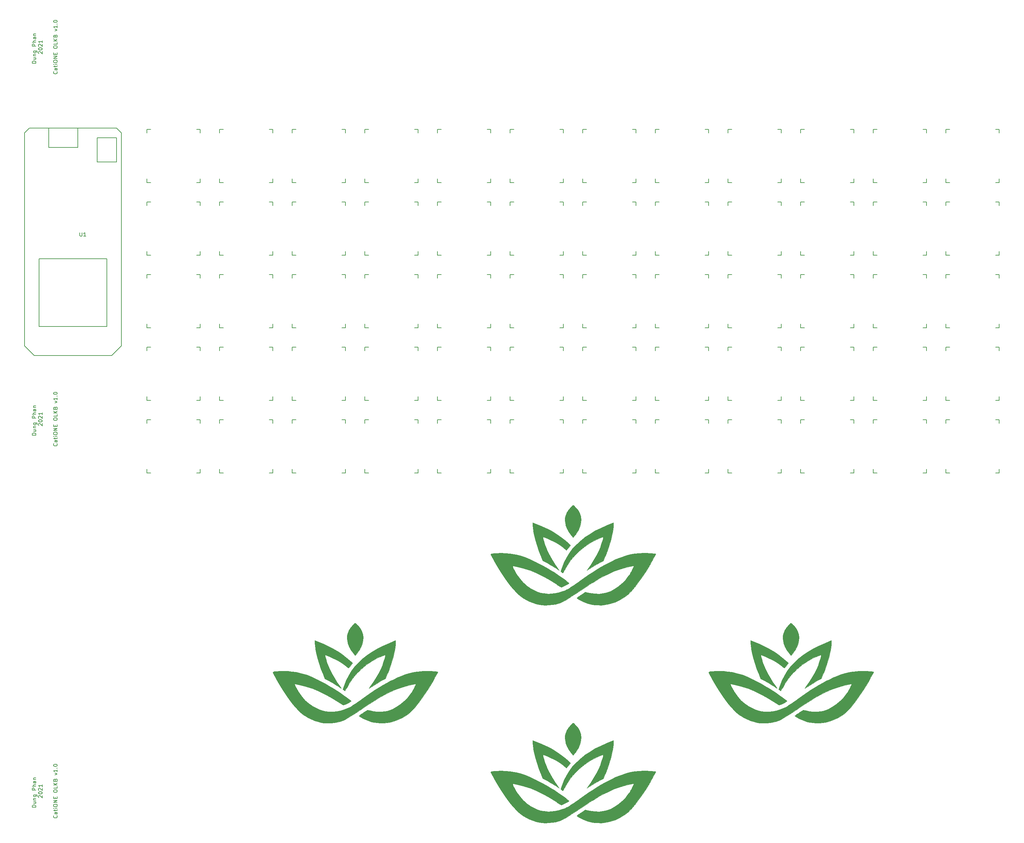
<source format=gto>
%TF.GenerationSoftware,KiCad,Pcbnew,5.1.10*%
%TF.CreationDate,2021-06-15T15:09:17-05:00*%
%TF.ProjectId,olkbd_ble,6f6c6b62-645f-4626-9c65-2e6b69636164,rev?*%
%TF.SameCoordinates,Original*%
%TF.FileFunction,Legend,Top*%
%TF.FilePolarity,Positive*%
%FSLAX46Y46*%
G04 Gerber Fmt 4.6, Leading zero omitted, Abs format (unit mm)*
G04 Created by KiCad (PCBNEW 5.1.10) date 2021-06-15 15:09:17*
%MOMM*%
%LPD*%
G01*
G04 APERTURE LIST*
%ADD10C,0.150000*%
%ADD11C,0.010000*%
G04 APERTURE END LIST*
D10*
X82971130Y-142350595D02*
X81971130Y-142350595D01*
X81971130Y-142112500D01*
X82018750Y-141969642D01*
X82113988Y-141874404D01*
X82209226Y-141826785D01*
X82399702Y-141779166D01*
X82542559Y-141779166D01*
X82733035Y-141826785D01*
X82828273Y-141874404D01*
X82923511Y-141969642D01*
X82971130Y-142112500D01*
X82971130Y-142350595D01*
X82304464Y-140922023D02*
X82971130Y-140922023D01*
X82304464Y-141350595D02*
X82828273Y-141350595D01*
X82923511Y-141302976D01*
X82971130Y-141207738D01*
X82971130Y-141064880D01*
X82923511Y-140969642D01*
X82875892Y-140922023D01*
X82304464Y-140445833D02*
X82971130Y-140445833D01*
X82399702Y-140445833D02*
X82352083Y-140398214D01*
X82304464Y-140302976D01*
X82304464Y-140160119D01*
X82352083Y-140064880D01*
X82447321Y-140017261D01*
X82971130Y-140017261D01*
X82304464Y-139112500D02*
X83113988Y-139112500D01*
X83209226Y-139160119D01*
X83256845Y-139207738D01*
X83304464Y-139302976D01*
X83304464Y-139445833D01*
X83256845Y-139541071D01*
X82923511Y-139112500D02*
X82971130Y-139207738D01*
X82971130Y-139398214D01*
X82923511Y-139493452D01*
X82875892Y-139541071D01*
X82780654Y-139588690D01*
X82494940Y-139588690D01*
X82399702Y-139541071D01*
X82352083Y-139493452D01*
X82304464Y-139398214D01*
X82304464Y-139207738D01*
X82352083Y-139112500D01*
X82971130Y-137874404D02*
X81971130Y-137874404D01*
X81971130Y-137493452D01*
X82018750Y-137398214D01*
X82066369Y-137350595D01*
X82161607Y-137302976D01*
X82304464Y-137302976D01*
X82399702Y-137350595D01*
X82447321Y-137398214D01*
X82494940Y-137493452D01*
X82494940Y-137874404D01*
X82971130Y-136874404D02*
X81971130Y-136874404D01*
X82971130Y-136445833D02*
X82447321Y-136445833D01*
X82352083Y-136493452D01*
X82304464Y-136588690D01*
X82304464Y-136731547D01*
X82352083Y-136826785D01*
X82399702Y-136874404D01*
X82971130Y-135541071D02*
X82447321Y-135541071D01*
X82352083Y-135588690D01*
X82304464Y-135683928D01*
X82304464Y-135874404D01*
X82352083Y-135969642D01*
X82923511Y-135541071D02*
X82971130Y-135636309D01*
X82971130Y-135874404D01*
X82923511Y-135969642D01*
X82828273Y-136017261D01*
X82733035Y-136017261D01*
X82637797Y-135969642D01*
X82590178Y-135874404D01*
X82590178Y-135636309D01*
X82542559Y-135541071D01*
X82304464Y-135064880D02*
X82971130Y-135064880D01*
X82399702Y-135064880D02*
X82352083Y-135017261D01*
X82304464Y-134922023D01*
X82304464Y-134779166D01*
X82352083Y-134683928D01*
X82447321Y-134636309D01*
X82971130Y-134636309D01*
X83716369Y-139826785D02*
X83668750Y-139779166D01*
X83621130Y-139683928D01*
X83621130Y-139445833D01*
X83668750Y-139350595D01*
X83716369Y-139302976D01*
X83811607Y-139255357D01*
X83906845Y-139255357D01*
X84049702Y-139302976D01*
X84621130Y-139874404D01*
X84621130Y-139255357D01*
X83621130Y-138636309D02*
X83621130Y-138541071D01*
X83668750Y-138445833D01*
X83716369Y-138398214D01*
X83811607Y-138350595D01*
X84002083Y-138302976D01*
X84240178Y-138302976D01*
X84430654Y-138350595D01*
X84525892Y-138398214D01*
X84573511Y-138445833D01*
X84621130Y-138541071D01*
X84621130Y-138636309D01*
X84573511Y-138731547D01*
X84525892Y-138779166D01*
X84430654Y-138826785D01*
X84240178Y-138874404D01*
X84002083Y-138874404D01*
X83811607Y-138826785D01*
X83716369Y-138779166D01*
X83668750Y-138731547D01*
X83621130Y-138636309D01*
X83716369Y-137922023D02*
X83668750Y-137874404D01*
X83621130Y-137779166D01*
X83621130Y-137541071D01*
X83668750Y-137445833D01*
X83716369Y-137398214D01*
X83811607Y-137350595D01*
X83906845Y-137350595D01*
X84049702Y-137398214D01*
X84621130Y-137969642D01*
X84621130Y-137350595D01*
X84621130Y-136398214D02*
X84621130Y-136969642D01*
X84621130Y-136683928D02*
X83621130Y-136683928D01*
X83763988Y-136779166D01*
X83859226Y-136874404D01*
X83906845Y-136969642D01*
X88463392Y-144541071D02*
X88511011Y-144588690D01*
X88558630Y-144731547D01*
X88558630Y-144826785D01*
X88511011Y-144969642D01*
X88415773Y-145064880D01*
X88320535Y-145112500D01*
X88130059Y-145160119D01*
X87987202Y-145160119D01*
X87796726Y-145112500D01*
X87701488Y-145064880D01*
X87606250Y-144969642D01*
X87558630Y-144826785D01*
X87558630Y-144731547D01*
X87606250Y-144588690D01*
X87653869Y-144541071D01*
X88558630Y-143683928D02*
X88034821Y-143683928D01*
X87939583Y-143731547D01*
X87891964Y-143826785D01*
X87891964Y-144017261D01*
X87939583Y-144112500D01*
X88511011Y-143683928D02*
X88558630Y-143779166D01*
X88558630Y-144017261D01*
X88511011Y-144112500D01*
X88415773Y-144160119D01*
X88320535Y-144160119D01*
X88225297Y-144112500D01*
X88177678Y-144017261D01*
X88177678Y-143779166D01*
X88130059Y-143683928D01*
X87891964Y-143350595D02*
X87891964Y-142969642D01*
X87558630Y-143207738D02*
X88415773Y-143207738D01*
X88511011Y-143160119D01*
X88558630Y-143064880D01*
X88558630Y-142969642D01*
X88558630Y-142636309D02*
X87891964Y-142636309D01*
X87558630Y-142636309D02*
X87606250Y-142683928D01*
X87653869Y-142636309D01*
X87606250Y-142588690D01*
X87558630Y-142636309D01*
X87653869Y-142636309D01*
X87558630Y-141969642D02*
X87558630Y-141779166D01*
X87606250Y-141683928D01*
X87701488Y-141588690D01*
X87891964Y-141541071D01*
X88225297Y-141541071D01*
X88415773Y-141588690D01*
X88511011Y-141683928D01*
X88558630Y-141779166D01*
X88558630Y-141969642D01*
X88511011Y-142064880D01*
X88415773Y-142160119D01*
X88225297Y-142207738D01*
X87891964Y-142207738D01*
X87701488Y-142160119D01*
X87606250Y-142064880D01*
X87558630Y-141969642D01*
X88558630Y-141112500D02*
X87558630Y-141112500D01*
X88558630Y-140541071D01*
X87558630Y-140541071D01*
X88034821Y-140064880D02*
X88034821Y-139731547D01*
X88558630Y-139588690D02*
X88558630Y-140064880D01*
X87558630Y-140064880D01*
X87558630Y-139588690D01*
X87558630Y-138207738D02*
X87558630Y-138017261D01*
X87606250Y-137922023D01*
X87701488Y-137826785D01*
X87891964Y-137779166D01*
X88225297Y-137779166D01*
X88415773Y-137826785D01*
X88511011Y-137922023D01*
X88558630Y-138017261D01*
X88558630Y-138207738D01*
X88511011Y-138302976D01*
X88415773Y-138398214D01*
X88225297Y-138445833D01*
X87891964Y-138445833D01*
X87701488Y-138398214D01*
X87606250Y-138302976D01*
X87558630Y-138207738D01*
X88558630Y-136874404D02*
X88558630Y-137350595D01*
X87558630Y-137350595D01*
X88558630Y-136541071D02*
X87558630Y-136541071D01*
X88558630Y-135969642D02*
X87987202Y-136398214D01*
X87558630Y-135969642D02*
X88130059Y-136541071D01*
X88034821Y-135207738D02*
X88082440Y-135064880D01*
X88130059Y-135017261D01*
X88225297Y-134969642D01*
X88368154Y-134969642D01*
X88463392Y-135017261D01*
X88511011Y-135064880D01*
X88558630Y-135160119D01*
X88558630Y-135541071D01*
X87558630Y-135541071D01*
X87558630Y-135207738D01*
X87606250Y-135112500D01*
X87653869Y-135064880D01*
X87749107Y-135017261D01*
X87844345Y-135017261D01*
X87939583Y-135064880D01*
X87987202Y-135112500D01*
X88034821Y-135207738D01*
X88034821Y-135541071D01*
X87891964Y-133874404D02*
X88558630Y-133636309D01*
X87891964Y-133398214D01*
X88558630Y-132493452D02*
X88558630Y-133064880D01*
X88558630Y-132779166D02*
X87558630Y-132779166D01*
X87701488Y-132874404D01*
X87796726Y-132969642D01*
X87844345Y-133064880D01*
X88463392Y-132064880D02*
X88511011Y-132017261D01*
X88558630Y-132064880D01*
X88511011Y-132112500D01*
X88463392Y-132064880D01*
X88558630Y-132064880D01*
X87558630Y-131398214D02*
X87558630Y-131302976D01*
X87606250Y-131207738D01*
X87653869Y-131160119D01*
X87749107Y-131112500D01*
X87939583Y-131064880D01*
X88177678Y-131064880D01*
X88368154Y-131112500D01*
X88463392Y-131160119D01*
X88511011Y-131207738D01*
X88558630Y-131302976D01*
X88558630Y-131398214D01*
X88511011Y-131493452D01*
X88463392Y-131541071D01*
X88368154Y-131588690D01*
X88177678Y-131636309D01*
X87939583Y-131636309D01*
X87749107Y-131588690D01*
X87653869Y-131541071D01*
X87606250Y-131493452D01*
X87558630Y-131398214D01*
X82971130Y-337613095D02*
X81971130Y-337613095D01*
X81971130Y-337375000D01*
X82018750Y-337232142D01*
X82113988Y-337136904D01*
X82209226Y-337089285D01*
X82399702Y-337041666D01*
X82542559Y-337041666D01*
X82733035Y-337089285D01*
X82828273Y-337136904D01*
X82923511Y-337232142D01*
X82971130Y-337375000D01*
X82971130Y-337613095D01*
X82304464Y-336184523D02*
X82971130Y-336184523D01*
X82304464Y-336613095D02*
X82828273Y-336613095D01*
X82923511Y-336565476D01*
X82971130Y-336470238D01*
X82971130Y-336327380D01*
X82923511Y-336232142D01*
X82875892Y-336184523D01*
X82304464Y-335708333D02*
X82971130Y-335708333D01*
X82399702Y-335708333D02*
X82352083Y-335660714D01*
X82304464Y-335565476D01*
X82304464Y-335422619D01*
X82352083Y-335327380D01*
X82447321Y-335279761D01*
X82971130Y-335279761D01*
X82304464Y-334375000D02*
X83113988Y-334375000D01*
X83209226Y-334422619D01*
X83256845Y-334470238D01*
X83304464Y-334565476D01*
X83304464Y-334708333D01*
X83256845Y-334803571D01*
X82923511Y-334375000D02*
X82971130Y-334470238D01*
X82971130Y-334660714D01*
X82923511Y-334755952D01*
X82875892Y-334803571D01*
X82780654Y-334851190D01*
X82494940Y-334851190D01*
X82399702Y-334803571D01*
X82352083Y-334755952D01*
X82304464Y-334660714D01*
X82304464Y-334470238D01*
X82352083Y-334375000D01*
X82971130Y-333136904D02*
X81971130Y-333136904D01*
X81971130Y-332755952D01*
X82018750Y-332660714D01*
X82066369Y-332613095D01*
X82161607Y-332565476D01*
X82304464Y-332565476D01*
X82399702Y-332613095D01*
X82447321Y-332660714D01*
X82494940Y-332755952D01*
X82494940Y-333136904D01*
X82971130Y-332136904D02*
X81971130Y-332136904D01*
X82971130Y-331708333D02*
X82447321Y-331708333D01*
X82352083Y-331755952D01*
X82304464Y-331851190D01*
X82304464Y-331994047D01*
X82352083Y-332089285D01*
X82399702Y-332136904D01*
X82971130Y-330803571D02*
X82447321Y-330803571D01*
X82352083Y-330851190D01*
X82304464Y-330946428D01*
X82304464Y-331136904D01*
X82352083Y-331232142D01*
X82923511Y-330803571D02*
X82971130Y-330898809D01*
X82971130Y-331136904D01*
X82923511Y-331232142D01*
X82828273Y-331279761D01*
X82733035Y-331279761D01*
X82637797Y-331232142D01*
X82590178Y-331136904D01*
X82590178Y-330898809D01*
X82542559Y-330803571D01*
X82304464Y-330327380D02*
X82971130Y-330327380D01*
X82399702Y-330327380D02*
X82352083Y-330279761D01*
X82304464Y-330184523D01*
X82304464Y-330041666D01*
X82352083Y-329946428D01*
X82447321Y-329898809D01*
X82971130Y-329898809D01*
X83716369Y-335089285D02*
X83668750Y-335041666D01*
X83621130Y-334946428D01*
X83621130Y-334708333D01*
X83668750Y-334613095D01*
X83716369Y-334565476D01*
X83811607Y-334517857D01*
X83906845Y-334517857D01*
X84049702Y-334565476D01*
X84621130Y-335136904D01*
X84621130Y-334517857D01*
X83621130Y-333898809D02*
X83621130Y-333803571D01*
X83668750Y-333708333D01*
X83716369Y-333660714D01*
X83811607Y-333613095D01*
X84002083Y-333565476D01*
X84240178Y-333565476D01*
X84430654Y-333613095D01*
X84525892Y-333660714D01*
X84573511Y-333708333D01*
X84621130Y-333803571D01*
X84621130Y-333898809D01*
X84573511Y-333994047D01*
X84525892Y-334041666D01*
X84430654Y-334089285D01*
X84240178Y-334136904D01*
X84002083Y-334136904D01*
X83811607Y-334089285D01*
X83716369Y-334041666D01*
X83668750Y-333994047D01*
X83621130Y-333898809D01*
X83716369Y-333184523D02*
X83668750Y-333136904D01*
X83621130Y-333041666D01*
X83621130Y-332803571D01*
X83668750Y-332708333D01*
X83716369Y-332660714D01*
X83811607Y-332613095D01*
X83906845Y-332613095D01*
X84049702Y-332660714D01*
X84621130Y-333232142D01*
X84621130Y-332613095D01*
X84621130Y-331660714D02*
X84621130Y-332232142D01*
X84621130Y-331946428D02*
X83621130Y-331946428D01*
X83763988Y-332041666D01*
X83859226Y-332136904D01*
X83906845Y-332232142D01*
X88463392Y-339803571D02*
X88511011Y-339851190D01*
X88558630Y-339994047D01*
X88558630Y-340089285D01*
X88511011Y-340232142D01*
X88415773Y-340327380D01*
X88320535Y-340375000D01*
X88130059Y-340422619D01*
X87987202Y-340422619D01*
X87796726Y-340375000D01*
X87701488Y-340327380D01*
X87606250Y-340232142D01*
X87558630Y-340089285D01*
X87558630Y-339994047D01*
X87606250Y-339851190D01*
X87653869Y-339803571D01*
X88558630Y-338946428D02*
X88034821Y-338946428D01*
X87939583Y-338994047D01*
X87891964Y-339089285D01*
X87891964Y-339279761D01*
X87939583Y-339375000D01*
X88511011Y-338946428D02*
X88558630Y-339041666D01*
X88558630Y-339279761D01*
X88511011Y-339375000D01*
X88415773Y-339422619D01*
X88320535Y-339422619D01*
X88225297Y-339375000D01*
X88177678Y-339279761D01*
X88177678Y-339041666D01*
X88130059Y-338946428D01*
X87891964Y-338613095D02*
X87891964Y-338232142D01*
X87558630Y-338470238D02*
X88415773Y-338470238D01*
X88511011Y-338422619D01*
X88558630Y-338327380D01*
X88558630Y-338232142D01*
X88558630Y-337898809D02*
X87891964Y-337898809D01*
X87558630Y-337898809D02*
X87606250Y-337946428D01*
X87653869Y-337898809D01*
X87606250Y-337851190D01*
X87558630Y-337898809D01*
X87653869Y-337898809D01*
X87558630Y-337232142D02*
X87558630Y-337041666D01*
X87606250Y-336946428D01*
X87701488Y-336851190D01*
X87891964Y-336803571D01*
X88225297Y-336803571D01*
X88415773Y-336851190D01*
X88511011Y-336946428D01*
X88558630Y-337041666D01*
X88558630Y-337232142D01*
X88511011Y-337327380D01*
X88415773Y-337422619D01*
X88225297Y-337470238D01*
X87891964Y-337470238D01*
X87701488Y-337422619D01*
X87606250Y-337327380D01*
X87558630Y-337232142D01*
X88558630Y-336375000D02*
X87558630Y-336375000D01*
X88558630Y-335803571D01*
X87558630Y-335803571D01*
X88034821Y-335327380D02*
X88034821Y-334994047D01*
X88558630Y-334851190D02*
X88558630Y-335327380D01*
X87558630Y-335327380D01*
X87558630Y-334851190D01*
X87558630Y-333470238D02*
X87558630Y-333279761D01*
X87606250Y-333184523D01*
X87701488Y-333089285D01*
X87891964Y-333041666D01*
X88225297Y-333041666D01*
X88415773Y-333089285D01*
X88511011Y-333184523D01*
X88558630Y-333279761D01*
X88558630Y-333470238D01*
X88511011Y-333565476D01*
X88415773Y-333660714D01*
X88225297Y-333708333D01*
X87891964Y-333708333D01*
X87701488Y-333660714D01*
X87606250Y-333565476D01*
X87558630Y-333470238D01*
X88558630Y-332136904D02*
X88558630Y-332613095D01*
X87558630Y-332613095D01*
X88558630Y-331803571D02*
X87558630Y-331803571D01*
X88558630Y-331232142D02*
X87987202Y-331660714D01*
X87558630Y-331232142D02*
X88130059Y-331803571D01*
X88034821Y-330470238D02*
X88082440Y-330327380D01*
X88130059Y-330279761D01*
X88225297Y-330232142D01*
X88368154Y-330232142D01*
X88463392Y-330279761D01*
X88511011Y-330327380D01*
X88558630Y-330422619D01*
X88558630Y-330803571D01*
X87558630Y-330803571D01*
X87558630Y-330470238D01*
X87606250Y-330375000D01*
X87653869Y-330327380D01*
X87749107Y-330279761D01*
X87844345Y-330279761D01*
X87939583Y-330327380D01*
X87987202Y-330375000D01*
X88034821Y-330470238D01*
X88034821Y-330803571D01*
X87891964Y-329136904D02*
X88558630Y-328898809D01*
X87891964Y-328660714D01*
X88558630Y-327755952D02*
X88558630Y-328327380D01*
X88558630Y-328041666D02*
X87558630Y-328041666D01*
X87701488Y-328136904D01*
X87796726Y-328232142D01*
X87844345Y-328327380D01*
X88463392Y-327327380D02*
X88511011Y-327279761D01*
X88558630Y-327327380D01*
X88511011Y-327375000D01*
X88463392Y-327327380D01*
X88558630Y-327327380D01*
X87558630Y-326660714D02*
X87558630Y-326565476D01*
X87606250Y-326470238D01*
X87653869Y-326422619D01*
X87749107Y-326375000D01*
X87939583Y-326327380D01*
X88177678Y-326327380D01*
X88368154Y-326375000D01*
X88463392Y-326422619D01*
X88511011Y-326470238D01*
X88558630Y-326565476D01*
X88558630Y-326660714D01*
X88511011Y-326755952D01*
X88463392Y-326803571D01*
X88368154Y-326851190D01*
X88177678Y-326898809D01*
X87939583Y-326898809D01*
X87749107Y-326851190D01*
X87653869Y-326803571D01*
X87606250Y-326755952D01*
X87558630Y-326660714D01*
X88463392Y-242172321D02*
X88511011Y-242219940D01*
X88558630Y-242362797D01*
X88558630Y-242458035D01*
X88511011Y-242600892D01*
X88415773Y-242696130D01*
X88320535Y-242743750D01*
X88130059Y-242791369D01*
X87987202Y-242791369D01*
X87796726Y-242743750D01*
X87701488Y-242696130D01*
X87606250Y-242600892D01*
X87558630Y-242458035D01*
X87558630Y-242362797D01*
X87606250Y-242219940D01*
X87653869Y-242172321D01*
X88558630Y-241315178D02*
X88034821Y-241315178D01*
X87939583Y-241362797D01*
X87891964Y-241458035D01*
X87891964Y-241648511D01*
X87939583Y-241743750D01*
X88511011Y-241315178D02*
X88558630Y-241410416D01*
X88558630Y-241648511D01*
X88511011Y-241743750D01*
X88415773Y-241791369D01*
X88320535Y-241791369D01*
X88225297Y-241743750D01*
X88177678Y-241648511D01*
X88177678Y-241410416D01*
X88130059Y-241315178D01*
X87891964Y-240981845D02*
X87891964Y-240600892D01*
X87558630Y-240838988D02*
X88415773Y-240838988D01*
X88511011Y-240791369D01*
X88558630Y-240696130D01*
X88558630Y-240600892D01*
X88558630Y-240267559D02*
X87891964Y-240267559D01*
X87558630Y-240267559D02*
X87606250Y-240315178D01*
X87653869Y-240267559D01*
X87606250Y-240219940D01*
X87558630Y-240267559D01*
X87653869Y-240267559D01*
X87558630Y-239600892D02*
X87558630Y-239410416D01*
X87606250Y-239315178D01*
X87701488Y-239219940D01*
X87891964Y-239172321D01*
X88225297Y-239172321D01*
X88415773Y-239219940D01*
X88511011Y-239315178D01*
X88558630Y-239410416D01*
X88558630Y-239600892D01*
X88511011Y-239696130D01*
X88415773Y-239791369D01*
X88225297Y-239838988D01*
X87891964Y-239838988D01*
X87701488Y-239791369D01*
X87606250Y-239696130D01*
X87558630Y-239600892D01*
X88558630Y-238743750D02*
X87558630Y-238743750D01*
X88558630Y-238172321D01*
X87558630Y-238172321D01*
X88034821Y-237696130D02*
X88034821Y-237362797D01*
X88558630Y-237219940D02*
X88558630Y-237696130D01*
X87558630Y-237696130D01*
X87558630Y-237219940D01*
X87558630Y-235838988D02*
X87558630Y-235648511D01*
X87606250Y-235553273D01*
X87701488Y-235458035D01*
X87891964Y-235410416D01*
X88225297Y-235410416D01*
X88415773Y-235458035D01*
X88511011Y-235553273D01*
X88558630Y-235648511D01*
X88558630Y-235838988D01*
X88511011Y-235934226D01*
X88415773Y-236029464D01*
X88225297Y-236077083D01*
X87891964Y-236077083D01*
X87701488Y-236029464D01*
X87606250Y-235934226D01*
X87558630Y-235838988D01*
X88558630Y-234505654D02*
X88558630Y-234981845D01*
X87558630Y-234981845D01*
X88558630Y-234172321D02*
X87558630Y-234172321D01*
X88558630Y-233600892D02*
X87987202Y-234029464D01*
X87558630Y-233600892D02*
X88130059Y-234172321D01*
X88034821Y-232838988D02*
X88082440Y-232696130D01*
X88130059Y-232648511D01*
X88225297Y-232600892D01*
X88368154Y-232600892D01*
X88463392Y-232648511D01*
X88511011Y-232696130D01*
X88558630Y-232791369D01*
X88558630Y-233172321D01*
X87558630Y-233172321D01*
X87558630Y-232838988D01*
X87606250Y-232743750D01*
X87653869Y-232696130D01*
X87749107Y-232648511D01*
X87844345Y-232648511D01*
X87939583Y-232696130D01*
X87987202Y-232743750D01*
X88034821Y-232838988D01*
X88034821Y-233172321D01*
X87891964Y-231505654D02*
X88558630Y-231267559D01*
X87891964Y-231029464D01*
X88558630Y-230124702D02*
X88558630Y-230696130D01*
X88558630Y-230410416D02*
X87558630Y-230410416D01*
X87701488Y-230505654D01*
X87796726Y-230600892D01*
X87844345Y-230696130D01*
X88463392Y-229696130D02*
X88511011Y-229648511D01*
X88558630Y-229696130D01*
X88511011Y-229743750D01*
X88463392Y-229696130D01*
X88558630Y-229696130D01*
X87558630Y-229029464D02*
X87558630Y-228934226D01*
X87606250Y-228838988D01*
X87653869Y-228791369D01*
X87749107Y-228743750D01*
X87939583Y-228696130D01*
X88177678Y-228696130D01*
X88368154Y-228743750D01*
X88463392Y-228791369D01*
X88511011Y-228838988D01*
X88558630Y-228934226D01*
X88558630Y-229029464D01*
X88511011Y-229124702D01*
X88463392Y-229172321D01*
X88368154Y-229219940D01*
X88177678Y-229267559D01*
X87939583Y-229267559D01*
X87749107Y-229219940D01*
X87653869Y-229172321D01*
X87606250Y-229124702D01*
X87558630Y-229029464D01*
X82971130Y-239981845D02*
X81971130Y-239981845D01*
X81971130Y-239743750D01*
X82018750Y-239600892D01*
X82113988Y-239505654D01*
X82209226Y-239458035D01*
X82399702Y-239410416D01*
X82542559Y-239410416D01*
X82733035Y-239458035D01*
X82828273Y-239505654D01*
X82923511Y-239600892D01*
X82971130Y-239743750D01*
X82971130Y-239981845D01*
X82304464Y-238553273D02*
X82971130Y-238553273D01*
X82304464Y-238981845D02*
X82828273Y-238981845D01*
X82923511Y-238934226D01*
X82971130Y-238838988D01*
X82971130Y-238696130D01*
X82923511Y-238600892D01*
X82875892Y-238553273D01*
X82304464Y-238077083D02*
X82971130Y-238077083D01*
X82399702Y-238077083D02*
X82352083Y-238029464D01*
X82304464Y-237934226D01*
X82304464Y-237791369D01*
X82352083Y-237696130D01*
X82447321Y-237648511D01*
X82971130Y-237648511D01*
X82304464Y-236743750D02*
X83113988Y-236743750D01*
X83209226Y-236791369D01*
X83256845Y-236838988D01*
X83304464Y-236934226D01*
X83304464Y-237077083D01*
X83256845Y-237172321D01*
X82923511Y-236743750D02*
X82971130Y-236838988D01*
X82971130Y-237029464D01*
X82923511Y-237124702D01*
X82875892Y-237172321D01*
X82780654Y-237219940D01*
X82494940Y-237219940D01*
X82399702Y-237172321D01*
X82352083Y-237124702D01*
X82304464Y-237029464D01*
X82304464Y-236838988D01*
X82352083Y-236743750D01*
X82971130Y-235505654D02*
X81971130Y-235505654D01*
X81971130Y-235124702D01*
X82018750Y-235029464D01*
X82066369Y-234981845D01*
X82161607Y-234934226D01*
X82304464Y-234934226D01*
X82399702Y-234981845D01*
X82447321Y-235029464D01*
X82494940Y-235124702D01*
X82494940Y-235505654D01*
X82971130Y-234505654D02*
X81971130Y-234505654D01*
X82971130Y-234077083D02*
X82447321Y-234077083D01*
X82352083Y-234124702D01*
X82304464Y-234219940D01*
X82304464Y-234362797D01*
X82352083Y-234458035D01*
X82399702Y-234505654D01*
X82971130Y-233172321D02*
X82447321Y-233172321D01*
X82352083Y-233219940D01*
X82304464Y-233315178D01*
X82304464Y-233505654D01*
X82352083Y-233600892D01*
X82923511Y-233172321D02*
X82971130Y-233267559D01*
X82971130Y-233505654D01*
X82923511Y-233600892D01*
X82828273Y-233648511D01*
X82733035Y-233648511D01*
X82637797Y-233600892D01*
X82590178Y-233505654D01*
X82590178Y-233267559D01*
X82542559Y-233172321D01*
X82304464Y-232696130D02*
X82971130Y-232696130D01*
X82399702Y-232696130D02*
X82352083Y-232648511D01*
X82304464Y-232553273D01*
X82304464Y-232410416D01*
X82352083Y-232315178D01*
X82447321Y-232267559D01*
X82971130Y-232267559D01*
X83716369Y-237458035D02*
X83668750Y-237410416D01*
X83621130Y-237315178D01*
X83621130Y-237077083D01*
X83668750Y-236981845D01*
X83716369Y-236934226D01*
X83811607Y-236886607D01*
X83906845Y-236886607D01*
X84049702Y-236934226D01*
X84621130Y-237505654D01*
X84621130Y-236886607D01*
X83621130Y-236267559D02*
X83621130Y-236172321D01*
X83668750Y-236077083D01*
X83716369Y-236029464D01*
X83811607Y-235981845D01*
X84002083Y-235934226D01*
X84240178Y-235934226D01*
X84430654Y-235981845D01*
X84525892Y-236029464D01*
X84573511Y-236077083D01*
X84621130Y-236172321D01*
X84621130Y-236267559D01*
X84573511Y-236362797D01*
X84525892Y-236410416D01*
X84430654Y-236458035D01*
X84240178Y-236505654D01*
X84002083Y-236505654D01*
X83811607Y-236458035D01*
X83716369Y-236410416D01*
X83668750Y-236362797D01*
X83621130Y-236267559D01*
X83716369Y-235553273D02*
X83668750Y-235505654D01*
X83621130Y-235410416D01*
X83621130Y-235172321D01*
X83668750Y-235077083D01*
X83716369Y-235029464D01*
X83811607Y-234981845D01*
X83906845Y-234981845D01*
X84049702Y-235029464D01*
X84621130Y-235600892D01*
X84621130Y-234981845D01*
X84621130Y-234029464D02*
X84621130Y-234600892D01*
X84621130Y-234315178D02*
X83621130Y-234315178D01*
X83763988Y-234410416D01*
X83859226Y-234505654D01*
X83906845Y-234600892D01*
D11*
%TO.C,G\u002A\u002A\u002A*%
G36*
X206127764Y-270947940D02*
G01*
X206156146Y-270949942D01*
X207269772Y-271051104D01*
X208296414Y-271194544D01*
X209269099Y-271389915D01*
X210220855Y-271646870D01*
X211184707Y-271975059D01*
X212193684Y-272384136D01*
X213280811Y-272883753D01*
X214016167Y-273247057D01*
X215114233Y-273811221D01*
X216118909Y-274349809D01*
X217061150Y-274881964D01*
X217971912Y-275426831D01*
X218882150Y-276003556D01*
X219822821Y-276631281D01*
X220824880Y-277329152D01*
X221919282Y-278116314D01*
X222085181Y-278237326D01*
X222410360Y-278478192D01*
X222615355Y-278642598D01*
X222718715Y-278751179D01*
X222738988Y-278824572D01*
X222694722Y-278883412D01*
X222677848Y-278896691D01*
X222527496Y-278989283D01*
X222274092Y-279125206D01*
X221955207Y-279286445D01*
X221608415Y-279454984D01*
X221271286Y-279612809D01*
X220981392Y-279741903D01*
X220776305Y-279824251D01*
X220701161Y-279844500D01*
X220597906Y-279799526D01*
X220380112Y-279674995D01*
X220073316Y-279486498D01*
X219703055Y-279249621D01*
X219400258Y-279050381D01*
X217644675Y-277939730D01*
X215938881Y-276980193D01*
X214269056Y-276165956D01*
X212621379Y-275491202D01*
X210982031Y-274950115D01*
X209337191Y-274536878D01*
X208153000Y-274317036D01*
X207978889Y-274318409D01*
X207921408Y-274374074D01*
X207958119Y-274485928D01*
X208055913Y-274710709D01*
X208197975Y-275010992D01*
X208300517Y-275217893D01*
X209000516Y-276439375D01*
X209817598Y-277567487D01*
X210737766Y-278588076D01*
X211747025Y-279486992D01*
X212831378Y-280250083D01*
X213804500Y-280782707D01*
X214586607Y-281120981D01*
X215329557Y-281358362D01*
X216094616Y-281509649D01*
X216943049Y-281589642D01*
X217191167Y-281600820D01*
X218138916Y-281598415D01*
X219019949Y-281511414D01*
X219900394Y-281330043D01*
X220761686Y-281073123D01*
X221210185Y-280916423D01*
X221625077Y-280754374D01*
X222026049Y-280575414D01*
X222432794Y-280367979D01*
X222864999Y-280120507D01*
X223342354Y-279821435D01*
X223884549Y-279459199D01*
X224511273Y-279022238D01*
X225242217Y-278498989D01*
X225657834Y-278197824D01*
X226868013Y-277330428D01*
X227982967Y-276558583D01*
X229032641Y-275863797D01*
X230046976Y-275227574D01*
X231055917Y-274631421D01*
X232089408Y-274056842D01*
X233177391Y-273485344D01*
X233785834Y-273177635D01*
X234948452Y-272619157D01*
X236015138Y-272158795D01*
X237020346Y-271786623D01*
X237998529Y-271492716D01*
X238984142Y-271267149D01*
X240011641Y-271099996D01*
X241115478Y-270981331D01*
X241518854Y-270949942D01*
X242031987Y-270925412D01*
X242613802Y-270917324D01*
X243226554Y-270924268D01*
X243832502Y-270944832D01*
X244393901Y-270977605D01*
X244873009Y-271021176D01*
X245232083Y-271074133D01*
X245311162Y-271091742D01*
X245506106Y-271140669D01*
X245244460Y-271661418D01*
X244687487Y-272720768D01*
X244048123Y-273852149D01*
X243349664Y-275018807D01*
X242615409Y-276183991D01*
X241868656Y-277310946D01*
X241132702Y-278362919D01*
X240430846Y-279303159D01*
X240271865Y-279505834D01*
X239472103Y-280463341D01*
X238698951Y-281279065D01*
X237929347Y-281973106D01*
X237140226Y-282565562D01*
X236308526Y-283076535D01*
X235964920Y-283259462D01*
X234752460Y-283812086D01*
X233569051Y-284210059D01*
X232389661Y-284459193D01*
X231189255Y-284565301D01*
X230365711Y-284559483D01*
X229561396Y-284507119D01*
X228866139Y-284417167D01*
X228221655Y-284277914D01*
X227569657Y-284077643D01*
X227097167Y-283902545D01*
X226709605Y-283739951D01*
X226299892Y-283549292D01*
X225894205Y-283345130D01*
X225518719Y-283142027D01*
X225199609Y-282954545D01*
X224963050Y-282797248D01*
X224835219Y-282684698D01*
X224825856Y-282638924D01*
X224917296Y-282571131D01*
X225122559Y-282426576D01*
X225415335Y-282223559D01*
X225769313Y-281980380D01*
X225954167Y-281854128D01*
X227012500Y-281132663D01*
X227631884Y-281290500D01*
X228648880Y-281493999D01*
X229689311Y-281598811D01*
X230712706Y-281604622D01*
X231678591Y-281511117D01*
X232511506Y-281328409D01*
X233606016Y-280922585D01*
X234679823Y-280360898D01*
X235715963Y-279656776D01*
X236697476Y-278823649D01*
X237607399Y-277874944D01*
X238428769Y-276824091D01*
X238691472Y-276435749D01*
X238905844Y-276089193D01*
X239127615Y-275701967D01*
X239339541Y-275307754D01*
X239524382Y-274940238D01*
X239664894Y-274633101D01*
X239743836Y-274420027D01*
X239754834Y-274358457D01*
X239683333Y-274313350D01*
X239522000Y-274316922D01*
X237844213Y-274652158D01*
X236157088Y-275128613D01*
X234448996Y-275750599D01*
X232708304Y-276522427D01*
X230923382Y-277448411D01*
X230625654Y-277615271D01*
X230323543Y-277793744D01*
X229900089Y-278054800D01*
X229374261Y-278386228D01*
X228765030Y-278775818D01*
X228091367Y-279211360D01*
X227372244Y-279680645D01*
X226626629Y-280171462D01*
X225873496Y-280671601D01*
X225779466Y-280734369D01*
X224844124Y-281357202D01*
X224033825Y-281891912D01*
X223334406Y-282346794D01*
X222731707Y-282730143D01*
X222211566Y-283050253D01*
X221759823Y-283315419D01*
X221362316Y-283533936D01*
X221004883Y-283714098D01*
X220673365Y-283864200D01*
X220353599Y-283992536D01*
X220031425Y-284107402D01*
X220006464Y-284115808D01*
X219242519Y-284320859D01*
X218370515Y-284468993D01*
X217443103Y-284556633D01*
X216512937Y-284580199D01*
X215632671Y-284536111D01*
X215025270Y-284454403D01*
X214176054Y-284251905D01*
X213258934Y-283947359D01*
X212322951Y-283561179D01*
X211417148Y-283113780D01*
X210590568Y-282625575D01*
X210519492Y-282578841D01*
X209830733Y-282059540D01*
X209096923Y-281389857D01*
X208325912Y-280580268D01*
X207525551Y-279641250D01*
X206703694Y-278583277D01*
X205868190Y-277416827D01*
X205026893Y-276152374D01*
X204187652Y-274800393D01*
X203358321Y-273371362D01*
X202663486Y-272097213D01*
X202470489Y-271739970D01*
X202335308Y-271476275D01*
X202273103Y-271290173D01*
X202299036Y-271165709D01*
X202428266Y-271086928D01*
X202675953Y-271037876D01*
X203057260Y-271002599D01*
X203587346Y-270965140D01*
X203750620Y-270953135D01*
X204934401Y-270905861D01*
X206127764Y-270947940D01*
G37*
X206127764Y-270947940D02*
X206156146Y-270949942D01*
X207269772Y-271051104D01*
X208296414Y-271194544D01*
X209269099Y-271389915D01*
X210220855Y-271646870D01*
X211184707Y-271975059D01*
X212193684Y-272384136D01*
X213280811Y-272883753D01*
X214016167Y-273247057D01*
X215114233Y-273811221D01*
X216118909Y-274349809D01*
X217061150Y-274881964D01*
X217971912Y-275426831D01*
X218882150Y-276003556D01*
X219822821Y-276631281D01*
X220824880Y-277329152D01*
X221919282Y-278116314D01*
X222085181Y-278237326D01*
X222410360Y-278478192D01*
X222615355Y-278642598D01*
X222718715Y-278751179D01*
X222738988Y-278824572D01*
X222694722Y-278883412D01*
X222677848Y-278896691D01*
X222527496Y-278989283D01*
X222274092Y-279125206D01*
X221955207Y-279286445D01*
X221608415Y-279454984D01*
X221271286Y-279612809D01*
X220981392Y-279741903D01*
X220776305Y-279824251D01*
X220701161Y-279844500D01*
X220597906Y-279799526D01*
X220380112Y-279674995D01*
X220073316Y-279486498D01*
X219703055Y-279249621D01*
X219400258Y-279050381D01*
X217644675Y-277939730D01*
X215938881Y-276980193D01*
X214269056Y-276165956D01*
X212621379Y-275491202D01*
X210982031Y-274950115D01*
X209337191Y-274536878D01*
X208153000Y-274317036D01*
X207978889Y-274318409D01*
X207921408Y-274374074D01*
X207958119Y-274485928D01*
X208055913Y-274710709D01*
X208197975Y-275010992D01*
X208300517Y-275217893D01*
X209000516Y-276439375D01*
X209817598Y-277567487D01*
X210737766Y-278588076D01*
X211747025Y-279486992D01*
X212831378Y-280250083D01*
X213804500Y-280782707D01*
X214586607Y-281120981D01*
X215329557Y-281358362D01*
X216094616Y-281509649D01*
X216943049Y-281589642D01*
X217191167Y-281600820D01*
X218138916Y-281598415D01*
X219019949Y-281511414D01*
X219900394Y-281330043D01*
X220761686Y-281073123D01*
X221210185Y-280916423D01*
X221625077Y-280754374D01*
X222026049Y-280575414D01*
X222432794Y-280367979D01*
X222864999Y-280120507D01*
X223342354Y-279821435D01*
X223884549Y-279459199D01*
X224511273Y-279022238D01*
X225242217Y-278498989D01*
X225657834Y-278197824D01*
X226868013Y-277330428D01*
X227982967Y-276558583D01*
X229032641Y-275863797D01*
X230046976Y-275227574D01*
X231055917Y-274631421D01*
X232089408Y-274056842D01*
X233177391Y-273485344D01*
X233785834Y-273177635D01*
X234948452Y-272619157D01*
X236015138Y-272158795D01*
X237020346Y-271786623D01*
X237998529Y-271492716D01*
X238984142Y-271267149D01*
X240011641Y-271099996D01*
X241115478Y-270981331D01*
X241518854Y-270949942D01*
X242031987Y-270925412D01*
X242613802Y-270917324D01*
X243226554Y-270924268D01*
X243832502Y-270944832D01*
X244393901Y-270977605D01*
X244873009Y-271021176D01*
X245232083Y-271074133D01*
X245311162Y-271091742D01*
X245506106Y-271140669D01*
X245244460Y-271661418D01*
X244687487Y-272720768D01*
X244048123Y-273852149D01*
X243349664Y-275018807D01*
X242615409Y-276183991D01*
X241868656Y-277310946D01*
X241132702Y-278362919D01*
X240430846Y-279303159D01*
X240271865Y-279505834D01*
X239472103Y-280463341D01*
X238698951Y-281279065D01*
X237929347Y-281973106D01*
X237140226Y-282565562D01*
X236308526Y-283076535D01*
X235964920Y-283259462D01*
X234752460Y-283812086D01*
X233569051Y-284210059D01*
X232389661Y-284459193D01*
X231189255Y-284565301D01*
X230365711Y-284559483D01*
X229561396Y-284507119D01*
X228866139Y-284417167D01*
X228221655Y-284277914D01*
X227569657Y-284077643D01*
X227097167Y-283902545D01*
X226709605Y-283739951D01*
X226299892Y-283549292D01*
X225894205Y-283345130D01*
X225518719Y-283142027D01*
X225199609Y-282954545D01*
X224963050Y-282797248D01*
X224835219Y-282684698D01*
X224825856Y-282638924D01*
X224917296Y-282571131D01*
X225122559Y-282426576D01*
X225415335Y-282223559D01*
X225769313Y-281980380D01*
X225954167Y-281854128D01*
X227012500Y-281132663D01*
X227631884Y-281290500D01*
X228648880Y-281493999D01*
X229689311Y-281598811D01*
X230712706Y-281604622D01*
X231678591Y-281511117D01*
X232511506Y-281328409D01*
X233606016Y-280922585D01*
X234679823Y-280360898D01*
X235715963Y-279656776D01*
X236697476Y-278823649D01*
X237607399Y-277874944D01*
X238428769Y-276824091D01*
X238691472Y-276435749D01*
X238905844Y-276089193D01*
X239127615Y-275701967D01*
X239339541Y-275307754D01*
X239524382Y-274940238D01*
X239664894Y-274633101D01*
X239743836Y-274420027D01*
X239754834Y-274358457D01*
X239683333Y-274313350D01*
X239522000Y-274316922D01*
X237844213Y-274652158D01*
X236157088Y-275128613D01*
X234448996Y-275750599D01*
X232708304Y-276522427D01*
X230923382Y-277448411D01*
X230625654Y-277615271D01*
X230323543Y-277793744D01*
X229900089Y-278054800D01*
X229374261Y-278386228D01*
X228765030Y-278775818D01*
X228091367Y-279211360D01*
X227372244Y-279680645D01*
X226626629Y-280171462D01*
X225873496Y-280671601D01*
X225779466Y-280734369D01*
X224844124Y-281357202D01*
X224033825Y-281891912D01*
X223334406Y-282346794D01*
X222731707Y-282730143D01*
X222211566Y-283050253D01*
X221759823Y-283315419D01*
X221362316Y-283533936D01*
X221004883Y-283714098D01*
X220673365Y-283864200D01*
X220353599Y-283992536D01*
X220031425Y-284107402D01*
X220006464Y-284115808D01*
X219242519Y-284320859D01*
X218370515Y-284468993D01*
X217443103Y-284556633D01*
X216512937Y-284580199D01*
X215632671Y-284536111D01*
X215025270Y-284454403D01*
X214176054Y-284251905D01*
X213258934Y-283947359D01*
X212322951Y-283561179D01*
X211417148Y-283113780D01*
X210590568Y-282625575D01*
X210519492Y-282578841D01*
X209830733Y-282059540D01*
X209096923Y-281389857D01*
X208325912Y-280580268D01*
X207525551Y-279641250D01*
X206703694Y-278583277D01*
X205868190Y-277416827D01*
X205026893Y-276152374D01*
X204187652Y-274800393D01*
X203358321Y-273371362D01*
X202663486Y-272097213D01*
X202470489Y-271739970D01*
X202335308Y-271476275D01*
X202273103Y-271290173D01*
X202299036Y-271165709D01*
X202428266Y-271086928D01*
X202675953Y-271037876D01*
X203057260Y-271002599D01*
X203587346Y-270965140D01*
X203750620Y-270953135D01*
X204934401Y-270905861D01*
X206127764Y-270947940D01*
G36*
X234396475Y-263775121D02*
G01*
X234289147Y-264830067D01*
X234085759Y-265996693D01*
X233792561Y-267251748D01*
X233415803Y-268571978D01*
X232961732Y-269934133D01*
X232436599Y-271314958D01*
X232245670Y-271778154D01*
X231774831Y-272898140D01*
X230975301Y-273325340D01*
X230532931Y-273571349D01*
X229981334Y-273893535D01*
X229351495Y-274273135D01*
X228674400Y-274691384D01*
X227981036Y-275129519D01*
X227732167Y-275289302D01*
X227435834Y-275480410D01*
X227655360Y-275185955D01*
X228492851Y-273997734D01*
X229275098Y-272759866D01*
X229980095Y-271510886D01*
X230585834Y-270289329D01*
X230984865Y-269355958D01*
X231145724Y-268921057D01*
X231304867Y-268445148D01*
X231451498Y-267965803D01*
X231574821Y-267520588D01*
X231664037Y-267147075D01*
X231708353Y-266882832D01*
X231711287Y-266828188D01*
X231711500Y-266638877D01*
X231224667Y-266819341D01*
X229670590Y-267484769D01*
X228187420Y-268298814D01*
X226786322Y-269251644D01*
X225478464Y-270333431D01*
X224275010Y-271534347D01*
X223187128Y-272844560D01*
X222225984Y-274254242D01*
X221667607Y-275232215D01*
X221480403Y-275577465D01*
X221318763Y-275859858D01*
X221200080Y-276050060D01*
X221142002Y-276118746D01*
X221045205Y-276069436D01*
X220881773Y-275949175D01*
X220856145Y-275928246D01*
X220626456Y-275738167D01*
X220969301Y-274722167D01*
X221485792Y-273375906D01*
X222096257Y-272109168D01*
X222787206Y-270945972D01*
X223545146Y-269910334D01*
X223911366Y-269484724D01*
X224885034Y-268483296D01*
X225927601Y-267551707D01*
X227053950Y-266680501D01*
X228278962Y-265860227D01*
X229617522Y-265081428D01*
X231084510Y-264334652D01*
X232694811Y-263610444D01*
X233989310Y-263082771D01*
X234446786Y-262903408D01*
X234396475Y-263775121D01*
G37*
X234396475Y-263775121D02*
X234289147Y-264830067D01*
X234085759Y-265996693D01*
X233792561Y-267251748D01*
X233415803Y-268571978D01*
X232961732Y-269934133D01*
X232436599Y-271314958D01*
X232245670Y-271778154D01*
X231774831Y-272898140D01*
X230975301Y-273325340D01*
X230532931Y-273571349D01*
X229981334Y-273893535D01*
X229351495Y-274273135D01*
X228674400Y-274691384D01*
X227981036Y-275129519D01*
X227732167Y-275289302D01*
X227435834Y-275480410D01*
X227655360Y-275185955D01*
X228492851Y-273997734D01*
X229275098Y-272759866D01*
X229980095Y-271510886D01*
X230585834Y-270289329D01*
X230984865Y-269355958D01*
X231145724Y-268921057D01*
X231304867Y-268445148D01*
X231451498Y-267965803D01*
X231574821Y-267520588D01*
X231664037Y-267147075D01*
X231708353Y-266882832D01*
X231711287Y-266828188D01*
X231711500Y-266638877D01*
X231224667Y-266819341D01*
X229670590Y-267484769D01*
X228187420Y-268298814D01*
X226786322Y-269251644D01*
X225478464Y-270333431D01*
X224275010Y-271534347D01*
X223187128Y-272844560D01*
X222225984Y-274254242D01*
X221667607Y-275232215D01*
X221480403Y-275577465D01*
X221318763Y-275859858D01*
X221200080Y-276050060D01*
X221142002Y-276118746D01*
X221045205Y-276069436D01*
X220881773Y-275949175D01*
X220856145Y-275928246D01*
X220626456Y-275738167D01*
X220969301Y-274722167D01*
X221485792Y-273375906D01*
X222096257Y-272109168D01*
X222787206Y-270945972D01*
X223545146Y-269910334D01*
X223911366Y-269484724D01*
X224885034Y-268483296D01*
X225927601Y-267551707D01*
X227053950Y-266680501D01*
X228278962Y-265860227D01*
X229617522Y-265081428D01*
X231084510Y-264334652D01*
X232694811Y-263610444D01*
X233989310Y-263082771D01*
X234446786Y-262903408D01*
X234396475Y-263775121D01*
G36*
X213685690Y-263082085D02*
G01*
X215340997Y-263760912D01*
X216841288Y-264445642D01*
X218200862Y-265144591D01*
X219434021Y-265866075D01*
X220555064Y-266618412D01*
X221578291Y-267409915D01*
X222436016Y-268170797D01*
X223149227Y-268845911D01*
X222633840Y-269518902D01*
X222393156Y-269826115D01*
X222227602Y-270014577D01*
X222114692Y-270103901D01*
X222031939Y-270113700D01*
X221983219Y-270086364D01*
X221854108Y-269983023D01*
X221637824Y-269807411D01*
X221377910Y-269594901D01*
X221339909Y-269563719D01*
X220682825Y-269068615D01*
X219905834Y-268556136D01*
X219053031Y-268051056D01*
X218168512Y-267578147D01*
X217296374Y-267162183D01*
X216480713Y-266827935D01*
X216450334Y-266816780D01*
X215963500Y-266638877D01*
X215963714Y-266828188D01*
X215991633Y-267050191D01*
X216067859Y-267393309D01*
X216181594Y-267819972D01*
X216322041Y-268292612D01*
X216478405Y-268773659D01*
X216639889Y-269225544D01*
X216690136Y-269355958D01*
X217157064Y-270433060D01*
X217729724Y-271572960D01*
X218382763Y-272731262D01*
X219090828Y-273863571D01*
X219828563Y-274925490D01*
X220008523Y-275166667D01*
X220130496Y-275336854D01*
X220186335Y-275433501D01*
X220184812Y-275441834D01*
X220104391Y-275398095D01*
X219920015Y-275282133D01*
X219667831Y-275116830D01*
X219603263Y-275073717D01*
X219216183Y-274821717D01*
X218745533Y-274526610D01*
X218228510Y-274210623D01*
X217702311Y-273895979D01*
X217204131Y-273604903D01*
X216771167Y-273359620D01*
X216440616Y-273182354D01*
X216421880Y-273172868D01*
X215906592Y-272913409D01*
X215432542Y-271785788D01*
X214882691Y-270398309D01*
X214402522Y-269023009D01*
X213998225Y-267682900D01*
X213675987Y-266400995D01*
X213441995Y-265200307D01*
X213302438Y-264103850D01*
X213278525Y-263775121D01*
X213228214Y-262903408D01*
X213685690Y-263082085D01*
G37*
X213685690Y-263082085D02*
X215340997Y-263760912D01*
X216841288Y-264445642D01*
X218200862Y-265144591D01*
X219434021Y-265866075D01*
X220555064Y-266618412D01*
X221578291Y-267409915D01*
X222436016Y-268170797D01*
X223149227Y-268845911D01*
X222633840Y-269518902D01*
X222393156Y-269826115D01*
X222227602Y-270014577D01*
X222114692Y-270103901D01*
X222031939Y-270113700D01*
X221983219Y-270086364D01*
X221854108Y-269983023D01*
X221637824Y-269807411D01*
X221377910Y-269594901D01*
X221339909Y-269563719D01*
X220682825Y-269068615D01*
X219905834Y-268556136D01*
X219053031Y-268051056D01*
X218168512Y-267578147D01*
X217296374Y-267162183D01*
X216480713Y-266827935D01*
X216450334Y-266816780D01*
X215963500Y-266638877D01*
X215963714Y-266828188D01*
X215991633Y-267050191D01*
X216067859Y-267393309D01*
X216181594Y-267819972D01*
X216322041Y-268292612D01*
X216478405Y-268773659D01*
X216639889Y-269225544D01*
X216690136Y-269355958D01*
X217157064Y-270433060D01*
X217729724Y-271572960D01*
X218382763Y-272731262D01*
X219090828Y-273863571D01*
X219828563Y-274925490D01*
X220008523Y-275166667D01*
X220130496Y-275336854D01*
X220186335Y-275433501D01*
X220184812Y-275441834D01*
X220104391Y-275398095D01*
X219920015Y-275282133D01*
X219667831Y-275116830D01*
X219603263Y-275073717D01*
X219216183Y-274821717D01*
X218745533Y-274526610D01*
X218228510Y-274210623D01*
X217702311Y-273895979D01*
X217204131Y-273604903D01*
X216771167Y-273359620D01*
X216440616Y-273182354D01*
X216421880Y-273172868D01*
X215906592Y-272913409D01*
X215432542Y-271785788D01*
X214882691Y-270398309D01*
X214402522Y-269023009D01*
X213998225Y-267682900D01*
X213675987Y-266400995D01*
X213441995Y-265200307D01*
X213302438Y-264103850D01*
X213278525Y-263775121D01*
X213228214Y-262903408D01*
X213685690Y-263082085D01*
G36*
X223939696Y-258396330D02*
G01*
X224126605Y-258549893D01*
X224366870Y-258772963D01*
X224514581Y-258919793D01*
X224993627Y-259489993D01*
X225402338Y-260138428D01*
X225711449Y-260812486D01*
X225873189Y-261362260D01*
X225954461Y-262143416D01*
X225892125Y-262972441D01*
X225692451Y-263818401D01*
X225361713Y-264650362D01*
X225112609Y-265113778D01*
X224932938Y-265397913D01*
X224712428Y-265719910D01*
X224475135Y-266047849D01*
X224245114Y-266349813D01*
X224046418Y-266593882D01*
X223903103Y-266748139D01*
X223853642Y-266784326D01*
X223776679Y-266733239D01*
X223625565Y-266579108D01*
X223429923Y-266352697D01*
X223384933Y-266297585D01*
X222726930Y-265385491D01*
X222236445Y-264483837D01*
X221912190Y-263589702D01*
X221752879Y-262700165D01*
X221743462Y-262572500D01*
X221739891Y-261896948D01*
X221826914Y-261291021D01*
X222018202Y-260689905D01*
X222246895Y-260186053D01*
X222428692Y-259870538D01*
X222666618Y-259524531D01*
X222936016Y-259176664D01*
X223212226Y-258855566D01*
X223470593Y-258589869D01*
X223686457Y-258408204D01*
X223835161Y-258339201D01*
X223837500Y-258339167D01*
X223939696Y-258396330D01*
G37*
X223939696Y-258396330D02*
X224126605Y-258549893D01*
X224366870Y-258772963D01*
X224514581Y-258919793D01*
X224993627Y-259489993D01*
X225402338Y-260138428D01*
X225711449Y-260812486D01*
X225873189Y-261362260D01*
X225954461Y-262143416D01*
X225892125Y-262972441D01*
X225692451Y-263818401D01*
X225361713Y-264650362D01*
X225112609Y-265113778D01*
X224932938Y-265397913D01*
X224712428Y-265719910D01*
X224475135Y-266047849D01*
X224245114Y-266349813D01*
X224046418Y-266593882D01*
X223903103Y-266748139D01*
X223853642Y-266784326D01*
X223776679Y-266733239D01*
X223625565Y-266579108D01*
X223429923Y-266352697D01*
X223384933Y-266297585D01*
X222726930Y-265385491D01*
X222236445Y-264483837D01*
X221912190Y-263589702D01*
X221752879Y-262700165D01*
X221743462Y-262572500D01*
X221739891Y-261896948D01*
X221826914Y-261291021D01*
X222018202Y-260689905D01*
X222246895Y-260186053D01*
X222428692Y-259870538D01*
X222666618Y-259524531D01*
X222936016Y-259176664D01*
X223212226Y-258855566D01*
X223470593Y-258589869D01*
X223686457Y-258408204D01*
X223835161Y-258339201D01*
X223837500Y-258339167D01*
X223939696Y-258396330D01*
G36*
X206127764Y-328097940D02*
G01*
X206156146Y-328099942D01*
X207269772Y-328201104D01*
X208296414Y-328344544D01*
X209269099Y-328539915D01*
X210220855Y-328796870D01*
X211184707Y-329125059D01*
X212193684Y-329534136D01*
X213280811Y-330033753D01*
X214016167Y-330397057D01*
X215114233Y-330961221D01*
X216118909Y-331499809D01*
X217061150Y-332031964D01*
X217971912Y-332576831D01*
X218882150Y-333153556D01*
X219822821Y-333781281D01*
X220824880Y-334479152D01*
X221919282Y-335266314D01*
X222085181Y-335387326D01*
X222410360Y-335628192D01*
X222615355Y-335792598D01*
X222718715Y-335901179D01*
X222738988Y-335974572D01*
X222694722Y-336033412D01*
X222677848Y-336046691D01*
X222527496Y-336139283D01*
X222274092Y-336275206D01*
X221955207Y-336436445D01*
X221608415Y-336604984D01*
X221271286Y-336762809D01*
X220981392Y-336891903D01*
X220776305Y-336974251D01*
X220701161Y-336994500D01*
X220597906Y-336949526D01*
X220380112Y-336824995D01*
X220073316Y-336636498D01*
X219703055Y-336399621D01*
X219400258Y-336200381D01*
X217644675Y-335089730D01*
X215938881Y-334130193D01*
X214269056Y-333315956D01*
X212621379Y-332641202D01*
X210982031Y-332100115D01*
X209337191Y-331686878D01*
X208153000Y-331467036D01*
X207978889Y-331468409D01*
X207921408Y-331524074D01*
X207958119Y-331635928D01*
X208055913Y-331860709D01*
X208197975Y-332160992D01*
X208300517Y-332367893D01*
X209000516Y-333589375D01*
X209817598Y-334717487D01*
X210737766Y-335738076D01*
X211747025Y-336636992D01*
X212831378Y-337400083D01*
X213804500Y-337932707D01*
X214586607Y-338270981D01*
X215329557Y-338508362D01*
X216094616Y-338659649D01*
X216943049Y-338739642D01*
X217191167Y-338750820D01*
X218138916Y-338748415D01*
X219019949Y-338661414D01*
X219900394Y-338480043D01*
X220761686Y-338223123D01*
X221210185Y-338066423D01*
X221625077Y-337904374D01*
X222026049Y-337725414D01*
X222432794Y-337517979D01*
X222864999Y-337270507D01*
X223342354Y-336971435D01*
X223884549Y-336609199D01*
X224511273Y-336172238D01*
X225242217Y-335648989D01*
X225657834Y-335347824D01*
X226868013Y-334480428D01*
X227982967Y-333708583D01*
X229032641Y-333013797D01*
X230046976Y-332377574D01*
X231055917Y-331781421D01*
X232089408Y-331206842D01*
X233177391Y-330635344D01*
X233785834Y-330327635D01*
X234948452Y-329769157D01*
X236015138Y-329308795D01*
X237020346Y-328936623D01*
X237998529Y-328642716D01*
X238984142Y-328417149D01*
X240011641Y-328249996D01*
X241115478Y-328131331D01*
X241518854Y-328099942D01*
X242031987Y-328075412D01*
X242613802Y-328067324D01*
X243226554Y-328074268D01*
X243832502Y-328094832D01*
X244393901Y-328127605D01*
X244873009Y-328171176D01*
X245232083Y-328224133D01*
X245311162Y-328241742D01*
X245506106Y-328290669D01*
X245244460Y-328811418D01*
X244687487Y-329870768D01*
X244048123Y-331002149D01*
X243349664Y-332168807D01*
X242615409Y-333333991D01*
X241868656Y-334460946D01*
X241132702Y-335512919D01*
X240430846Y-336453159D01*
X240271865Y-336655834D01*
X239472103Y-337613341D01*
X238698951Y-338429065D01*
X237929347Y-339123106D01*
X237140226Y-339715562D01*
X236308526Y-340226535D01*
X235964920Y-340409462D01*
X234752460Y-340962086D01*
X233569051Y-341360059D01*
X232389661Y-341609193D01*
X231189255Y-341715301D01*
X230365711Y-341709483D01*
X229561396Y-341657119D01*
X228866139Y-341567167D01*
X228221655Y-341427914D01*
X227569657Y-341227643D01*
X227097167Y-341052545D01*
X226709605Y-340889951D01*
X226299892Y-340699292D01*
X225894205Y-340495130D01*
X225518719Y-340292027D01*
X225199609Y-340104545D01*
X224963050Y-339947248D01*
X224835219Y-339834698D01*
X224825856Y-339788924D01*
X224917296Y-339721131D01*
X225122559Y-339576576D01*
X225415335Y-339373559D01*
X225769313Y-339130380D01*
X225954167Y-339004128D01*
X227012500Y-338282663D01*
X227631884Y-338440500D01*
X228648880Y-338643999D01*
X229689311Y-338748811D01*
X230712706Y-338754622D01*
X231678591Y-338661117D01*
X232511506Y-338478409D01*
X233606016Y-338072585D01*
X234679823Y-337510898D01*
X235715963Y-336806776D01*
X236697476Y-335973649D01*
X237607399Y-335024944D01*
X238428769Y-333974091D01*
X238691472Y-333585749D01*
X238905844Y-333239193D01*
X239127615Y-332851967D01*
X239339541Y-332457754D01*
X239524382Y-332090238D01*
X239664894Y-331783101D01*
X239743836Y-331570027D01*
X239754834Y-331508457D01*
X239683333Y-331463350D01*
X239522000Y-331466922D01*
X237844213Y-331802158D01*
X236157088Y-332278613D01*
X234448996Y-332900599D01*
X232708304Y-333672427D01*
X230923382Y-334598411D01*
X230625654Y-334765271D01*
X230323543Y-334943744D01*
X229900089Y-335204800D01*
X229374261Y-335536228D01*
X228765030Y-335925818D01*
X228091367Y-336361360D01*
X227372244Y-336830645D01*
X226626629Y-337321462D01*
X225873496Y-337821601D01*
X225779466Y-337884369D01*
X224844124Y-338507202D01*
X224033825Y-339041912D01*
X223334406Y-339496794D01*
X222731707Y-339880143D01*
X222211566Y-340200253D01*
X221759823Y-340465419D01*
X221362316Y-340683936D01*
X221004883Y-340864098D01*
X220673365Y-341014200D01*
X220353599Y-341142536D01*
X220031425Y-341257402D01*
X220006464Y-341265808D01*
X219242519Y-341470859D01*
X218370515Y-341618993D01*
X217443103Y-341706633D01*
X216512937Y-341730199D01*
X215632671Y-341686111D01*
X215025270Y-341604403D01*
X214176054Y-341401905D01*
X213258934Y-341097359D01*
X212322951Y-340711179D01*
X211417148Y-340263780D01*
X210590568Y-339775575D01*
X210519492Y-339728841D01*
X209830733Y-339209540D01*
X209096923Y-338539857D01*
X208325912Y-337730268D01*
X207525551Y-336791250D01*
X206703694Y-335733277D01*
X205868190Y-334566827D01*
X205026893Y-333302374D01*
X204187652Y-331950393D01*
X203358321Y-330521362D01*
X202663486Y-329247213D01*
X202470489Y-328889970D01*
X202335308Y-328626275D01*
X202273103Y-328440173D01*
X202299036Y-328315709D01*
X202428266Y-328236928D01*
X202675953Y-328187876D01*
X203057260Y-328152599D01*
X203587346Y-328115140D01*
X203750620Y-328103135D01*
X204934401Y-328055861D01*
X206127764Y-328097940D01*
G37*
X206127764Y-328097940D02*
X206156146Y-328099942D01*
X207269772Y-328201104D01*
X208296414Y-328344544D01*
X209269099Y-328539915D01*
X210220855Y-328796870D01*
X211184707Y-329125059D01*
X212193684Y-329534136D01*
X213280811Y-330033753D01*
X214016167Y-330397057D01*
X215114233Y-330961221D01*
X216118909Y-331499809D01*
X217061150Y-332031964D01*
X217971912Y-332576831D01*
X218882150Y-333153556D01*
X219822821Y-333781281D01*
X220824880Y-334479152D01*
X221919282Y-335266314D01*
X222085181Y-335387326D01*
X222410360Y-335628192D01*
X222615355Y-335792598D01*
X222718715Y-335901179D01*
X222738988Y-335974572D01*
X222694722Y-336033412D01*
X222677848Y-336046691D01*
X222527496Y-336139283D01*
X222274092Y-336275206D01*
X221955207Y-336436445D01*
X221608415Y-336604984D01*
X221271286Y-336762809D01*
X220981392Y-336891903D01*
X220776305Y-336974251D01*
X220701161Y-336994500D01*
X220597906Y-336949526D01*
X220380112Y-336824995D01*
X220073316Y-336636498D01*
X219703055Y-336399621D01*
X219400258Y-336200381D01*
X217644675Y-335089730D01*
X215938881Y-334130193D01*
X214269056Y-333315956D01*
X212621379Y-332641202D01*
X210982031Y-332100115D01*
X209337191Y-331686878D01*
X208153000Y-331467036D01*
X207978889Y-331468409D01*
X207921408Y-331524074D01*
X207958119Y-331635928D01*
X208055913Y-331860709D01*
X208197975Y-332160992D01*
X208300517Y-332367893D01*
X209000516Y-333589375D01*
X209817598Y-334717487D01*
X210737766Y-335738076D01*
X211747025Y-336636992D01*
X212831378Y-337400083D01*
X213804500Y-337932707D01*
X214586607Y-338270981D01*
X215329557Y-338508362D01*
X216094616Y-338659649D01*
X216943049Y-338739642D01*
X217191167Y-338750820D01*
X218138916Y-338748415D01*
X219019949Y-338661414D01*
X219900394Y-338480043D01*
X220761686Y-338223123D01*
X221210185Y-338066423D01*
X221625077Y-337904374D01*
X222026049Y-337725414D01*
X222432794Y-337517979D01*
X222864999Y-337270507D01*
X223342354Y-336971435D01*
X223884549Y-336609199D01*
X224511273Y-336172238D01*
X225242217Y-335648989D01*
X225657834Y-335347824D01*
X226868013Y-334480428D01*
X227982967Y-333708583D01*
X229032641Y-333013797D01*
X230046976Y-332377574D01*
X231055917Y-331781421D01*
X232089408Y-331206842D01*
X233177391Y-330635344D01*
X233785834Y-330327635D01*
X234948452Y-329769157D01*
X236015138Y-329308795D01*
X237020346Y-328936623D01*
X237998529Y-328642716D01*
X238984142Y-328417149D01*
X240011641Y-328249996D01*
X241115478Y-328131331D01*
X241518854Y-328099942D01*
X242031987Y-328075412D01*
X242613802Y-328067324D01*
X243226554Y-328074268D01*
X243832502Y-328094832D01*
X244393901Y-328127605D01*
X244873009Y-328171176D01*
X245232083Y-328224133D01*
X245311162Y-328241742D01*
X245506106Y-328290669D01*
X245244460Y-328811418D01*
X244687487Y-329870768D01*
X244048123Y-331002149D01*
X243349664Y-332168807D01*
X242615409Y-333333991D01*
X241868656Y-334460946D01*
X241132702Y-335512919D01*
X240430846Y-336453159D01*
X240271865Y-336655834D01*
X239472103Y-337613341D01*
X238698951Y-338429065D01*
X237929347Y-339123106D01*
X237140226Y-339715562D01*
X236308526Y-340226535D01*
X235964920Y-340409462D01*
X234752460Y-340962086D01*
X233569051Y-341360059D01*
X232389661Y-341609193D01*
X231189255Y-341715301D01*
X230365711Y-341709483D01*
X229561396Y-341657119D01*
X228866139Y-341567167D01*
X228221655Y-341427914D01*
X227569657Y-341227643D01*
X227097167Y-341052545D01*
X226709605Y-340889951D01*
X226299892Y-340699292D01*
X225894205Y-340495130D01*
X225518719Y-340292027D01*
X225199609Y-340104545D01*
X224963050Y-339947248D01*
X224835219Y-339834698D01*
X224825856Y-339788924D01*
X224917296Y-339721131D01*
X225122559Y-339576576D01*
X225415335Y-339373559D01*
X225769313Y-339130380D01*
X225954167Y-339004128D01*
X227012500Y-338282663D01*
X227631884Y-338440500D01*
X228648880Y-338643999D01*
X229689311Y-338748811D01*
X230712706Y-338754622D01*
X231678591Y-338661117D01*
X232511506Y-338478409D01*
X233606016Y-338072585D01*
X234679823Y-337510898D01*
X235715963Y-336806776D01*
X236697476Y-335973649D01*
X237607399Y-335024944D01*
X238428769Y-333974091D01*
X238691472Y-333585749D01*
X238905844Y-333239193D01*
X239127615Y-332851967D01*
X239339541Y-332457754D01*
X239524382Y-332090238D01*
X239664894Y-331783101D01*
X239743836Y-331570027D01*
X239754834Y-331508457D01*
X239683333Y-331463350D01*
X239522000Y-331466922D01*
X237844213Y-331802158D01*
X236157088Y-332278613D01*
X234448996Y-332900599D01*
X232708304Y-333672427D01*
X230923382Y-334598411D01*
X230625654Y-334765271D01*
X230323543Y-334943744D01*
X229900089Y-335204800D01*
X229374261Y-335536228D01*
X228765030Y-335925818D01*
X228091367Y-336361360D01*
X227372244Y-336830645D01*
X226626629Y-337321462D01*
X225873496Y-337821601D01*
X225779466Y-337884369D01*
X224844124Y-338507202D01*
X224033825Y-339041912D01*
X223334406Y-339496794D01*
X222731707Y-339880143D01*
X222211566Y-340200253D01*
X221759823Y-340465419D01*
X221362316Y-340683936D01*
X221004883Y-340864098D01*
X220673365Y-341014200D01*
X220353599Y-341142536D01*
X220031425Y-341257402D01*
X220006464Y-341265808D01*
X219242519Y-341470859D01*
X218370515Y-341618993D01*
X217443103Y-341706633D01*
X216512937Y-341730199D01*
X215632671Y-341686111D01*
X215025270Y-341604403D01*
X214176054Y-341401905D01*
X213258934Y-341097359D01*
X212322951Y-340711179D01*
X211417148Y-340263780D01*
X210590568Y-339775575D01*
X210519492Y-339728841D01*
X209830733Y-339209540D01*
X209096923Y-338539857D01*
X208325912Y-337730268D01*
X207525551Y-336791250D01*
X206703694Y-335733277D01*
X205868190Y-334566827D01*
X205026893Y-333302374D01*
X204187652Y-331950393D01*
X203358321Y-330521362D01*
X202663486Y-329247213D01*
X202470489Y-328889970D01*
X202335308Y-328626275D01*
X202273103Y-328440173D01*
X202299036Y-328315709D01*
X202428266Y-328236928D01*
X202675953Y-328187876D01*
X203057260Y-328152599D01*
X203587346Y-328115140D01*
X203750620Y-328103135D01*
X204934401Y-328055861D01*
X206127764Y-328097940D01*
G36*
X234396475Y-320925121D02*
G01*
X234289147Y-321980067D01*
X234085759Y-323146693D01*
X233792561Y-324401748D01*
X233415803Y-325721978D01*
X232961732Y-327084133D01*
X232436599Y-328464958D01*
X232245670Y-328928154D01*
X231774831Y-330048140D01*
X230975301Y-330475340D01*
X230532931Y-330721349D01*
X229981334Y-331043535D01*
X229351495Y-331423135D01*
X228674400Y-331841384D01*
X227981036Y-332279519D01*
X227732167Y-332439302D01*
X227435834Y-332630410D01*
X227655360Y-332335955D01*
X228492851Y-331147734D01*
X229275098Y-329909866D01*
X229980095Y-328660886D01*
X230585834Y-327439329D01*
X230984865Y-326505958D01*
X231145724Y-326071057D01*
X231304867Y-325595148D01*
X231451498Y-325115803D01*
X231574821Y-324670588D01*
X231664037Y-324297075D01*
X231708353Y-324032832D01*
X231711287Y-323978188D01*
X231711500Y-323788877D01*
X231224667Y-323969341D01*
X229670590Y-324634769D01*
X228187420Y-325448814D01*
X226786322Y-326401644D01*
X225478464Y-327483431D01*
X224275010Y-328684347D01*
X223187128Y-329994560D01*
X222225984Y-331404242D01*
X221667607Y-332382215D01*
X221480403Y-332727465D01*
X221318763Y-333009858D01*
X221200080Y-333200060D01*
X221142002Y-333268746D01*
X221045205Y-333219436D01*
X220881773Y-333099175D01*
X220856145Y-333078246D01*
X220626456Y-332888167D01*
X220969301Y-331872167D01*
X221485792Y-330525906D01*
X222096257Y-329259168D01*
X222787206Y-328095972D01*
X223545146Y-327060334D01*
X223911366Y-326634724D01*
X224885034Y-325633296D01*
X225927601Y-324701707D01*
X227053950Y-323830501D01*
X228278962Y-323010227D01*
X229617522Y-322231428D01*
X231084510Y-321484652D01*
X232694811Y-320760444D01*
X233989310Y-320232771D01*
X234446786Y-320053408D01*
X234396475Y-320925121D01*
G37*
X234396475Y-320925121D02*
X234289147Y-321980067D01*
X234085759Y-323146693D01*
X233792561Y-324401748D01*
X233415803Y-325721978D01*
X232961732Y-327084133D01*
X232436599Y-328464958D01*
X232245670Y-328928154D01*
X231774831Y-330048140D01*
X230975301Y-330475340D01*
X230532931Y-330721349D01*
X229981334Y-331043535D01*
X229351495Y-331423135D01*
X228674400Y-331841384D01*
X227981036Y-332279519D01*
X227732167Y-332439302D01*
X227435834Y-332630410D01*
X227655360Y-332335955D01*
X228492851Y-331147734D01*
X229275098Y-329909866D01*
X229980095Y-328660886D01*
X230585834Y-327439329D01*
X230984865Y-326505958D01*
X231145724Y-326071057D01*
X231304867Y-325595148D01*
X231451498Y-325115803D01*
X231574821Y-324670588D01*
X231664037Y-324297075D01*
X231708353Y-324032832D01*
X231711287Y-323978188D01*
X231711500Y-323788877D01*
X231224667Y-323969341D01*
X229670590Y-324634769D01*
X228187420Y-325448814D01*
X226786322Y-326401644D01*
X225478464Y-327483431D01*
X224275010Y-328684347D01*
X223187128Y-329994560D01*
X222225984Y-331404242D01*
X221667607Y-332382215D01*
X221480403Y-332727465D01*
X221318763Y-333009858D01*
X221200080Y-333200060D01*
X221142002Y-333268746D01*
X221045205Y-333219436D01*
X220881773Y-333099175D01*
X220856145Y-333078246D01*
X220626456Y-332888167D01*
X220969301Y-331872167D01*
X221485792Y-330525906D01*
X222096257Y-329259168D01*
X222787206Y-328095972D01*
X223545146Y-327060334D01*
X223911366Y-326634724D01*
X224885034Y-325633296D01*
X225927601Y-324701707D01*
X227053950Y-323830501D01*
X228278962Y-323010227D01*
X229617522Y-322231428D01*
X231084510Y-321484652D01*
X232694811Y-320760444D01*
X233989310Y-320232771D01*
X234446786Y-320053408D01*
X234396475Y-320925121D01*
G36*
X213685690Y-320232085D02*
G01*
X215340997Y-320910912D01*
X216841288Y-321595642D01*
X218200862Y-322294591D01*
X219434021Y-323016075D01*
X220555064Y-323768412D01*
X221578291Y-324559915D01*
X222436016Y-325320797D01*
X223149227Y-325995911D01*
X222633840Y-326668902D01*
X222393156Y-326976115D01*
X222227602Y-327164577D01*
X222114692Y-327253901D01*
X222031939Y-327263700D01*
X221983219Y-327236364D01*
X221854108Y-327133023D01*
X221637824Y-326957411D01*
X221377910Y-326744901D01*
X221339909Y-326713719D01*
X220682825Y-326218615D01*
X219905834Y-325706136D01*
X219053031Y-325201056D01*
X218168512Y-324728147D01*
X217296374Y-324312183D01*
X216480713Y-323977935D01*
X216450334Y-323966780D01*
X215963500Y-323788877D01*
X215963714Y-323978188D01*
X215991633Y-324200191D01*
X216067859Y-324543309D01*
X216181594Y-324969972D01*
X216322041Y-325442612D01*
X216478405Y-325923659D01*
X216639889Y-326375544D01*
X216690136Y-326505958D01*
X217157064Y-327583060D01*
X217729724Y-328722960D01*
X218382763Y-329881262D01*
X219090828Y-331013571D01*
X219828563Y-332075490D01*
X220008523Y-332316667D01*
X220130496Y-332486854D01*
X220186335Y-332583501D01*
X220184812Y-332591834D01*
X220104391Y-332548095D01*
X219920015Y-332432133D01*
X219667831Y-332266830D01*
X219603263Y-332223717D01*
X219216183Y-331971717D01*
X218745533Y-331676610D01*
X218228510Y-331360623D01*
X217702311Y-331045979D01*
X217204131Y-330754903D01*
X216771167Y-330509620D01*
X216440616Y-330332354D01*
X216421880Y-330322868D01*
X215906592Y-330063409D01*
X215432542Y-328935788D01*
X214882691Y-327548309D01*
X214402522Y-326173009D01*
X213998225Y-324832900D01*
X213675987Y-323550995D01*
X213441995Y-322350307D01*
X213302438Y-321253850D01*
X213278525Y-320925121D01*
X213228214Y-320053408D01*
X213685690Y-320232085D01*
G37*
X213685690Y-320232085D02*
X215340997Y-320910912D01*
X216841288Y-321595642D01*
X218200862Y-322294591D01*
X219434021Y-323016075D01*
X220555064Y-323768412D01*
X221578291Y-324559915D01*
X222436016Y-325320797D01*
X223149227Y-325995911D01*
X222633840Y-326668902D01*
X222393156Y-326976115D01*
X222227602Y-327164577D01*
X222114692Y-327253901D01*
X222031939Y-327263700D01*
X221983219Y-327236364D01*
X221854108Y-327133023D01*
X221637824Y-326957411D01*
X221377910Y-326744901D01*
X221339909Y-326713719D01*
X220682825Y-326218615D01*
X219905834Y-325706136D01*
X219053031Y-325201056D01*
X218168512Y-324728147D01*
X217296374Y-324312183D01*
X216480713Y-323977935D01*
X216450334Y-323966780D01*
X215963500Y-323788877D01*
X215963714Y-323978188D01*
X215991633Y-324200191D01*
X216067859Y-324543309D01*
X216181594Y-324969972D01*
X216322041Y-325442612D01*
X216478405Y-325923659D01*
X216639889Y-326375544D01*
X216690136Y-326505958D01*
X217157064Y-327583060D01*
X217729724Y-328722960D01*
X218382763Y-329881262D01*
X219090828Y-331013571D01*
X219828563Y-332075490D01*
X220008523Y-332316667D01*
X220130496Y-332486854D01*
X220186335Y-332583501D01*
X220184812Y-332591834D01*
X220104391Y-332548095D01*
X219920015Y-332432133D01*
X219667831Y-332266830D01*
X219603263Y-332223717D01*
X219216183Y-331971717D01*
X218745533Y-331676610D01*
X218228510Y-331360623D01*
X217702311Y-331045979D01*
X217204131Y-330754903D01*
X216771167Y-330509620D01*
X216440616Y-330332354D01*
X216421880Y-330322868D01*
X215906592Y-330063409D01*
X215432542Y-328935788D01*
X214882691Y-327548309D01*
X214402522Y-326173009D01*
X213998225Y-324832900D01*
X213675987Y-323550995D01*
X213441995Y-322350307D01*
X213302438Y-321253850D01*
X213278525Y-320925121D01*
X213228214Y-320053408D01*
X213685690Y-320232085D01*
G36*
X223939696Y-315546330D02*
G01*
X224126605Y-315699893D01*
X224366870Y-315922963D01*
X224514581Y-316069793D01*
X224993627Y-316639993D01*
X225402338Y-317288428D01*
X225711449Y-317962486D01*
X225873189Y-318512260D01*
X225954461Y-319293416D01*
X225892125Y-320122441D01*
X225692451Y-320968401D01*
X225361713Y-321800362D01*
X225112609Y-322263778D01*
X224932938Y-322547913D01*
X224712428Y-322869910D01*
X224475135Y-323197849D01*
X224245114Y-323499813D01*
X224046418Y-323743882D01*
X223903103Y-323898139D01*
X223853642Y-323934326D01*
X223776679Y-323883239D01*
X223625565Y-323729108D01*
X223429923Y-323502697D01*
X223384933Y-323447585D01*
X222726930Y-322535491D01*
X222236445Y-321633837D01*
X221912190Y-320739702D01*
X221752879Y-319850165D01*
X221743462Y-319722500D01*
X221739891Y-319046948D01*
X221826914Y-318441021D01*
X222018202Y-317839905D01*
X222246895Y-317336053D01*
X222428692Y-317020538D01*
X222666618Y-316674531D01*
X222936016Y-316326664D01*
X223212226Y-316005566D01*
X223470593Y-315739869D01*
X223686457Y-315558204D01*
X223835161Y-315489201D01*
X223837500Y-315489167D01*
X223939696Y-315546330D01*
G37*
X223939696Y-315546330D02*
X224126605Y-315699893D01*
X224366870Y-315922963D01*
X224514581Y-316069793D01*
X224993627Y-316639993D01*
X225402338Y-317288428D01*
X225711449Y-317962486D01*
X225873189Y-318512260D01*
X225954461Y-319293416D01*
X225892125Y-320122441D01*
X225692451Y-320968401D01*
X225361713Y-321800362D01*
X225112609Y-322263778D01*
X224932938Y-322547913D01*
X224712428Y-322869910D01*
X224475135Y-323197849D01*
X224245114Y-323499813D01*
X224046418Y-323743882D01*
X223903103Y-323898139D01*
X223853642Y-323934326D01*
X223776679Y-323883239D01*
X223625565Y-323729108D01*
X223429923Y-323502697D01*
X223384933Y-323447585D01*
X222726930Y-322535491D01*
X222236445Y-321633837D01*
X221912190Y-320739702D01*
X221752879Y-319850165D01*
X221743462Y-319722500D01*
X221739891Y-319046948D01*
X221826914Y-318441021D01*
X222018202Y-317839905D01*
X222246895Y-317336053D01*
X222428692Y-317020538D01*
X222666618Y-316674531D01*
X222936016Y-316326664D01*
X223212226Y-316005566D01*
X223470593Y-315739869D01*
X223686457Y-315558204D01*
X223835161Y-315489201D01*
X223837500Y-315489167D01*
X223939696Y-315546330D01*
G36*
X263277764Y-301904190D02*
G01*
X263306146Y-301906192D01*
X264419772Y-302007354D01*
X265446414Y-302150794D01*
X266419099Y-302346165D01*
X267370855Y-302603120D01*
X268334707Y-302931309D01*
X269343684Y-303340386D01*
X270430811Y-303840003D01*
X271166167Y-304203307D01*
X272264233Y-304767471D01*
X273268909Y-305306059D01*
X274211150Y-305838214D01*
X275121912Y-306383081D01*
X276032150Y-306959806D01*
X276972821Y-307587531D01*
X277974880Y-308285402D01*
X279069282Y-309072564D01*
X279235181Y-309193576D01*
X279560360Y-309434442D01*
X279765355Y-309598848D01*
X279868715Y-309707429D01*
X279888988Y-309780822D01*
X279844722Y-309839662D01*
X279827848Y-309852941D01*
X279677496Y-309945533D01*
X279424092Y-310081456D01*
X279105207Y-310242695D01*
X278758415Y-310411234D01*
X278421286Y-310569059D01*
X278131392Y-310698153D01*
X277926305Y-310780501D01*
X277851161Y-310800750D01*
X277747906Y-310755776D01*
X277530112Y-310631245D01*
X277223316Y-310442748D01*
X276853055Y-310205871D01*
X276550258Y-310006631D01*
X274794675Y-308895980D01*
X273088881Y-307936443D01*
X271419056Y-307122206D01*
X269771379Y-306447452D01*
X268132031Y-305906365D01*
X266487191Y-305493128D01*
X265303000Y-305273286D01*
X265128889Y-305274659D01*
X265071408Y-305330324D01*
X265108119Y-305442178D01*
X265205913Y-305666959D01*
X265347975Y-305967242D01*
X265450517Y-306174143D01*
X266150516Y-307395625D01*
X266967598Y-308523737D01*
X267887766Y-309544326D01*
X268897025Y-310443242D01*
X269981378Y-311206333D01*
X270954500Y-311738957D01*
X271736607Y-312077231D01*
X272479557Y-312314612D01*
X273244616Y-312465899D01*
X274093049Y-312545892D01*
X274341167Y-312557070D01*
X275288916Y-312554665D01*
X276169949Y-312467664D01*
X277050394Y-312286293D01*
X277911686Y-312029373D01*
X278360185Y-311872673D01*
X278775077Y-311710624D01*
X279176049Y-311531664D01*
X279582794Y-311324229D01*
X280014999Y-311076757D01*
X280492354Y-310777685D01*
X281034549Y-310415449D01*
X281661273Y-309978488D01*
X282392217Y-309455239D01*
X282807834Y-309154074D01*
X284018013Y-308286678D01*
X285132967Y-307514833D01*
X286182641Y-306820047D01*
X287196976Y-306183824D01*
X288205917Y-305587671D01*
X289239408Y-305013092D01*
X290327391Y-304441594D01*
X290935834Y-304133885D01*
X292098452Y-303575407D01*
X293165138Y-303115045D01*
X294170346Y-302742873D01*
X295148529Y-302448966D01*
X296134142Y-302223399D01*
X297161641Y-302056246D01*
X298265478Y-301937581D01*
X298668854Y-301906192D01*
X299181987Y-301881662D01*
X299763802Y-301873574D01*
X300376554Y-301880518D01*
X300982502Y-301901082D01*
X301543901Y-301933855D01*
X302023009Y-301977426D01*
X302382083Y-302030383D01*
X302461162Y-302047992D01*
X302656106Y-302096919D01*
X302394460Y-302617668D01*
X301837487Y-303677018D01*
X301198123Y-304808399D01*
X300499664Y-305975057D01*
X299765409Y-307140241D01*
X299018656Y-308267196D01*
X298282702Y-309319169D01*
X297580846Y-310259409D01*
X297421865Y-310462084D01*
X296622103Y-311419591D01*
X295848951Y-312235315D01*
X295079347Y-312929356D01*
X294290226Y-313521812D01*
X293458526Y-314032785D01*
X293114920Y-314215712D01*
X291902460Y-314768336D01*
X290719051Y-315166309D01*
X289539661Y-315415443D01*
X288339255Y-315521551D01*
X287515711Y-315515733D01*
X286711396Y-315463369D01*
X286016139Y-315373417D01*
X285371655Y-315234164D01*
X284719657Y-315033893D01*
X284247167Y-314858795D01*
X283859605Y-314696201D01*
X283449892Y-314505542D01*
X283044205Y-314301380D01*
X282668719Y-314098277D01*
X282349609Y-313910795D01*
X282113050Y-313753498D01*
X281985219Y-313640948D01*
X281975856Y-313595174D01*
X282067296Y-313527381D01*
X282272559Y-313382826D01*
X282565335Y-313179809D01*
X282919313Y-312936630D01*
X283104167Y-312810378D01*
X284162500Y-312088913D01*
X284781884Y-312246750D01*
X285798880Y-312450249D01*
X286839311Y-312555061D01*
X287862706Y-312560872D01*
X288828591Y-312467367D01*
X289661506Y-312284659D01*
X290756016Y-311878835D01*
X291829823Y-311317148D01*
X292865963Y-310613026D01*
X293847476Y-309779899D01*
X294757399Y-308831194D01*
X295578769Y-307780341D01*
X295841472Y-307391999D01*
X296055844Y-307045443D01*
X296277615Y-306658217D01*
X296489541Y-306264004D01*
X296674382Y-305896488D01*
X296814894Y-305589351D01*
X296893836Y-305376277D01*
X296904834Y-305314707D01*
X296833333Y-305269600D01*
X296672000Y-305273172D01*
X294994213Y-305608408D01*
X293307088Y-306084863D01*
X291598996Y-306706849D01*
X289858304Y-307478677D01*
X288073382Y-308404661D01*
X287775654Y-308571521D01*
X287473543Y-308749994D01*
X287050089Y-309011050D01*
X286524261Y-309342478D01*
X285915030Y-309732068D01*
X285241367Y-310167610D01*
X284522244Y-310636895D01*
X283776629Y-311127712D01*
X283023496Y-311627851D01*
X282929466Y-311690619D01*
X281994124Y-312313452D01*
X281183825Y-312848162D01*
X280484406Y-313303044D01*
X279881707Y-313686393D01*
X279361566Y-314006503D01*
X278909823Y-314271669D01*
X278512316Y-314490186D01*
X278154883Y-314670348D01*
X277823365Y-314820450D01*
X277503599Y-314948786D01*
X277181425Y-315063652D01*
X277156464Y-315072058D01*
X276392519Y-315277109D01*
X275520515Y-315425243D01*
X274593103Y-315512883D01*
X273662937Y-315536449D01*
X272782671Y-315492361D01*
X272175270Y-315410653D01*
X271326054Y-315208155D01*
X270408934Y-314903609D01*
X269472951Y-314517429D01*
X268567148Y-314070030D01*
X267740568Y-313581825D01*
X267669492Y-313535091D01*
X266980733Y-313015790D01*
X266246923Y-312346107D01*
X265475912Y-311536518D01*
X264675551Y-310597500D01*
X263853694Y-309539527D01*
X263018190Y-308373077D01*
X262176893Y-307108624D01*
X261337652Y-305756643D01*
X260508321Y-304327612D01*
X259813486Y-303053463D01*
X259620489Y-302696220D01*
X259485308Y-302432525D01*
X259423103Y-302246423D01*
X259449036Y-302121959D01*
X259578266Y-302043178D01*
X259825953Y-301994126D01*
X260207260Y-301958849D01*
X260737346Y-301921390D01*
X260900620Y-301909385D01*
X262084401Y-301862111D01*
X263277764Y-301904190D01*
G37*
X263277764Y-301904190D02*
X263306146Y-301906192D01*
X264419772Y-302007354D01*
X265446414Y-302150794D01*
X266419099Y-302346165D01*
X267370855Y-302603120D01*
X268334707Y-302931309D01*
X269343684Y-303340386D01*
X270430811Y-303840003D01*
X271166167Y-304203307D01*
X272264233Y-304767471D01*
X273268909Y-305306059D01*
X274211150Y-305838214D01*
X275121912Y-306383081D01*
X276032150Y-306959806D01*
X276972821Y-307587531D01*
X277974880Y-308285402D01*
X279069282Y-309072564D01*
X279235181Y-309193576D01*
X279560360Y-309434442D01*
X279765355Y-309598848D01*
X279868715Y-309707429D01*
X279888988Y-309780822D01*
X279844722Y-309839662D01*
X279827848Y-309852941D01*
X279677496Y-309945533D01*
X279424092Y-310081456D01*
X279105207Y-310242695D01*
X278758415Y-310411234D01*
X278421286Y-310569059D01*
X278131392Y-310698153D01*
X277926305Y-310780501D01*
X277851161Y-310800750D01*
X277747906Y-310755776D01*
X277530112Y-310631245D01*
X277223316Y-310442748D01*
X276853055Y-310205871D01*
X276550258Y-310006631D01*
X274794675Y-308895980D01*
X273088881Y-307936443D01*
X271419056Y-307122206D01*
X269771379Y-306447452D01*
X268132031Y-305906365D01*
X266487191Y-305493128D01*
X265303000Y-305273286D01*
X265128889Y-305274659D01*
X265071408Y-305330324D01*
X265108119Y-305442178D01*
X265205913Y-305666959D01*
X265347975Y-305967242D01*
X265450517Y-306174143D01*
X266150516Y-307395625D01*
X266967598Y-308523737D01*
X267887766Y-309544326D01*
X268897025Y-310443242D01*
X269981378Y-311206333D01*
X270954500Y-311738957D01*
X271736607Y-312077231D01*
X272479557Y-312314612D01*
X273244616Y-312465899D01*
X274093049Y-312545892D01*
X274341167Y-312557070D01*
X275288916Y-312554665D01*
X276169949Y-312467664D01*
X277050394Y-312286293D01*
X277911686Y-312029373D01*
X278360185Y-311872673D01*
X278775077Y-311710624D01*
X279176049Y-311531664D01*
X279582794Y-311324229D01*
X280014999Y-311076757D01*
X280492354Y-310777685D01*
X281034549Y-310415449D01*
X281661273Y-309978488D01*
X282392217Y-309455239D01*
X282807834Y-309154074D01*
X284018013Y-308286678D01*
X285132967Y-307514833D01*
X286182641Y-306820047D01*
X287196976Y-306183824D01*
X288205917Y-305587671D01*
X289239408Y-305013092D01*
X290327391Y-304441594D01*
X290935834Y-304133885D01*
X292098452Y-303575407D01*
X293165138Y-303115045D01*
X294170346Y-302742873D01*
X295148529Y-302448966D01*
X296134142Y-302223399D01*
X297161641Y-302056246D01*
X298265478Y-301937581D01*
X298668854Y-301906192D01*
X299181987Y-301881662D01*
X299763802Y-301873574D01*
X300376554Y-301880518D01*
X300982502Y-301901082D01*
X301543901Y-301933855D01*
X302023009Y-301977426D01*
X302382083Y-302030383D01*
X302461162Y-302047992D01*
X302656106Y-302096919D01*
X302394460Y-302617668D01*
X301837487Y-303677018D01*
X301198123Y-304808399D01*
X300499664Y-305975057D01*
X299765409Y-307140241D01*
X299018656Y-308267196D01*
X298282702Y-309319169D01*
X297580846Y-310259409D01*
X297421865Y-310462084D01*
X296622103Y-311419591D01*
X295848951Y-312235315D01*
X295079347Y-312929356D01*
X294290226Y-313521812D01*
X293458526Y-314032785D01*
X293114920Y-314215712D01*
X291902460Y-314768336D01*
X290719051Y-315166309D01*
X289539661Y-315415443D01*
X288339255Y-315521551D01*
X287515711Y-315515733D01*
X286711396Y-315463369D01*
X286016139Y-315373417D01*
X285371655Y-315234164D01*
X284719657Y-315033893D01*
X284247167Y-314858795D01*
X283859605Y-314696201D01*
X283449892Y-314505542D01*
X283044205Y-314301380D01*
X282668719Y-314098277D01*
X282349609Y-313910795D01*
X282113050Y-313753498D01*
X281985219Y-313640948D01*
X281975856Y-313595174D01*
X282067296Y-313527381D01*
X282272559Y-313382826D01*
X282565335Y-313179809D01*
X282919313Y-312936630D01*
X283104167Y-312810378D01*
X284162500Y-312088913D01*
X284781884Y-312246750D01*
X285798880Y-312450249D01*
X286839311Y-312555061D01*
X287862706Y-312560872D01*
X288828591Y-312467367D01*
X289661506Y-312284659D01*
X290756016Y-311878835D01*
X291829823Y-311317148D01*
X292865963Y-310613026D01*
X293847476Y-309779899D01*
X294757399Y-308831194D01*
X295578769Y-307780341D01*
X295841472Y-307391999D01*
X296055844Y-307045443D01*
X296277615Y-306658217D01*
X296489541Y-306264004D01*
X296674382Y-305896488D01*
X296814894Y-305589351D01*
X296893836Y-305376277D01*
X296904834Y-305314707D01*
X296833333Y-305269600D01*
X296672000Y-305273172D01*
X294994213Y-305608408D01*
X293307088Y-306084863D01*
X291598996Y-306706849D01*
X289858304Y-307478677D01*
X288073382Y-308404661D01*
X287775654Y-308571521D01*
X287473543Y-308749994D01*
X287050089Y-309011050D01*
X286524261Y-309342478D01*
X285915030Y-309732068D01*
X285241367Y-310167610D01*
X284522244Y-310636895D01*
X283776629Y-311127712D01*
X283023496Y-311627851D01*
X282929466Y-311690619D01*
X281994124Y-312313452D01*
X281183825Y-312848162D01*
X280484406Y-313303044D01*
X279881707Y-313686393D01*
X279361566Y-314006503D01*
X278909823Y-314271669D01*
X278512316Y-314490186D01*
X278154883Y-314670348D01*
X277823365Y-314820450D01*
X277503599Y-314948786D01*
X277181425Y-315063652D01*
X277156464Y-315072058D01*
X276392519Y-315277109D01*
X275520515Y-315425243D01*
X274593103Y-315512883D01*
X273662937Y-315536449D01*
X272782671Y-315492361D01*
X272175270Y-315410653D01*
X271326054Y-315208155D01*
X270408934Y-314903609D01*
X269472951Y-314517429D01*
X268567148Y-314070030D01*
X267740568Y-313581825D01*
X267669492Y-313535091D01*
X266980733Y-313015790D01*
X266246923Y-312346107D01*
X265475912Y-311536518D01*
X264675551Y-310597500D01*
X263853694Y-309539527D01*
X263018190Y-308373077D01*
X262176893Y-307108624D01*
X261337652Y-305756643D01*
X260508321Y-304327612D01*
X259813486Y-303053463D01*
X259620489Y-302696220D01*
X259485308Y-302432525D01*
X259423103Y-302246423D01*
X259449036Y-302121959D01*
X259578266Y-302043178D01*
X259825953Y-301994126D01*
X260207260Y-301958849D01*
X260737346Y-301921390D01*
X260900620Y-301909385D01*
X262084401Y-301862111D01*
X263277764Y-301904190D01*
G36*
X291546475Y-294731371D02*
G01*
X291439147Y-295786317D01*
X291235759Y-296952943D01*
X290942561Y-298207998D01*
X290565803Y-299528228D01*
X290111732Y-300890383D01*
X289586599Y-302271208D01*
X289395670Y-302734404D01*
X288924831Y-303854390D01*
X288125301Y-304281590D01*
X287682931Y-304527599D01*
X287131334Y-304849785D01*
X286501495Y-305229385D01*
X285824400Y-305647634D01*
X285131036Y-306085769D01*
X284882167Y-306245552D01*
X284585834Y-306436660D01*
X284805360Y-306142205D01*
X285642851Y-304953984D01*
X286425098Y-303716116D01*
X287130095Y-302467136D01*
X287735834Y-301245579D01*
X288134865Y-300312208D01*
X288295724Y-299877307D01*
X288454867Y-299401398D01*
X288601498Y-298922053D01*
X288724821Y-298476838D01*
X288814037Y-298103325D01*
X288858353Y-297839082D01*
X288861287Y-297784438D01*
X288861500Y-297595127D01*
X288374667Y-297775591D01*
X286820590Y-298441019D01*
X285337420Y-299255064D01*
X283936322Y-300207894D01*
X282628464Y-301289681D01*
X281425010Y-302490597D01*
X280337128Y-303800810D01*
X279375984Y-305210492D01*
X278817607Y-306188465D01*
X278630403Y-306533715D01*
X278468763Y-306816108D01*
X278350080Y-307006310D01*
X278292002Y-307074996D01*
X278195205Y-307025686D01*
X278031773Y-306905425D01*
X278006145Y-306884496D01*
X277776456Y-306694417D01*
X278119301Y-305678417D01*
X278635792Y-304332156D01*
X279246257Y-303065418D01*
X279937206Y-301902222D01*
X280695146Y-300866584D01*
X281061366Y-300440974D01*
X282035034Y-299439546D01*
X283077601Y-298507957D01*
X284203950Y-297636751D01*
X285428962Y-296816477D01*
X286767522Y-296037678D01*
X288234510Y-295290902D01*
X289844811Y-294566694D01*
X291139310Y-294039021D01*
X291596786Y-293859658D01*
X291546475Y-294731371D01*
G37*
X291546475Y-294731371D02*
X291439147Y-295786317D01*
X291235759Y-296952943D01*
X290942561Y-298207998D01*
X290565803Y-299528228D01*
X290111732Y-300890383D01*
X289586599Y-302271208D01*
X289395670Y-302734404D01*
X288924831Y-303854390D01*
X288125301Y-304281590D01*
X287682931Y-304527599D01*
X287131334Y-304849785D01*
X286501495Y-305229385D01*
X285824400Y-305647634D01*
X285131036Y-306085769D01*
X284882167Y-306245552D01*
X284585834Y-306436660D01*
X284805360Y-306142205D01*
X285642851Y-304953984D01*
X286425098Y-303716116D01*
X287130095Y-302467136D01*
X287735834Y-301245579D01*
X288134865Y-300312208D01*
X288295724Y-299877307D01*
X288454867Y-299401398D01*
X288601498Y-298922053D01*
X288724821Y-298476838D01*
X288814037Y-298103325D01*
X288858353Y-297839082D01*
X288861287Y-297784438D01*
X288861500Y-297595127D01*
X288374667Y-297775591D01*
X286820590Y-298441019D01*
X285337420Y-299255064D01*
X283936322Y-300207894D01*
X282628464Y-301289681D01*
X281425010Y-302490597D01*
X280337128Y-303800810D01*
X279375984Y-305210492D01*
X278817607Y-306188465D01*
X278630403Y-306533715D01*
X278468763Y-306816108D01*
X278350080Y-307006310D01*
X278292002Y-307074996D01*
X278195205Y-307025686D01*
X278031773Y-306905425D01*
X278006145Y-306884496D01*
X277776456Y-306694417D01*
X278119301Y-305678417D01*
X278635792Y-304332156D01*
X279246257Y-303065418D01*
X279937206Y-301902222D01*
X280695146Y-300866584D01*
X281061366Y-300440974D01*
X282035034Y-299439546D01*
X283077601Y-298507957D01*
X284203950Y-297636751D01*
X285428962Y-296816477D01*
X286767522Y-296037678D01*
X288234510Y-295290902D01*
X289844811Y-294566694D01*
X291139310Y-294039021D01*
X291596786Y-293859658D01*
X291546475Y-294731371D01*
G36*
X270835690Y-294038335D02*
G01*
X272490997Y-294717162D01*
X273991288Y-295401892D01*
X275350862Y-296100841D01*
X276584021Y-296822325D01*
X277705064Y-297574662D01*
X278728291Y-298366165D01*
X279586016Y-299127047D01*
X280299227Y-299802161D01*
X279783840Y-300475152D01*
X279543156Y-300782365D01*
X279377602Y-300970827D01*
X279264692Y-301060151D01*
X279181939Y-301069950D01*
X279133219Y-301042614D01*
X279004108Y-300939273D01*
X278787824Y-300763661D01*
X278527910Y-300551151D01*
X278489909Y-300519969D01*
X277832825Y-300024865D01*
X277055834Y-299512386D01*
X276203031Y-299007306D01*
X275318512Y-298534397D01*
X274446374Y-298118433D01*
X273630713Y-297784185D01*
X273600334Y-297773030D01*
X273113500Y-297595127D01*
X273113714Y-297784438D01*
X273141633Y-298006441D01*
X273217859Y-298349559D01*
X273331594Y-298776222D01*
X273472041Y-299248862D01*
X273628405Y-299729909D01*
X273789889Y-300181794D01*
X273840136Y-300312208D01*
X274307064Y-301389310D01*
X274879724Y-302529210D01*
X275532763Y-303687512D01*
X276240828Y-304819821D01*
X276978563Y-305881740D01*
X277158523Y-306122917D01*
X277280496Y-306293104D01*
X277336335Y-306389751D01*
X277334812Y-306398084D01*
X277254391Y-306354345D01*
X277070015Y-306238383D01*
X276817831Y-306073080D01*
X276753263Y-306029967D01*
X276366183Y-305777967D01*
X275895533Y-305482860D01*
X275378510Y-305166873D01*
X274852311Y-304852229D01*
X274354131Y-304561153D01*
X273921167Y-304315870D01*
X273590616Y-304138604D01*
X273571880Y-304129118D01*
X273056592Y-303869659D01*
X272582542Y-302742038D01*
X272032691Y-301354559D01*
X271552522Y-299979259D01*
X271148225Y-298639150D01*
X270825987Y-297357245D01*
X270591995Y-296156557D01*
X270452438Y-295060100D01*
X270428525Y-294731371D01*
X270378214Y-293859658D01*
X270835690Y-294038335D01*
G37*
X270835690Y-294038335D02*
X272490997Y-294717162D01*
X273991288Y-295401892D01*
X275350862Y-296100841D01*
X276584021Y-296822325D01*
X277705064Y-297574662D01*
X278728291Y-298366165D01*
X279586016Y-299127047D01*
X280299227Y-299802161D01*
X279783840Y-300475152D01*
X279543156Y-300782365D01*
X279377602Y-300970827D01*
X279264692Y-301060151D01*
X279181939Y-301069950D01*
X279133219Y-301042614D01*
X279004108Y-300939273D01*
X278787824Y-300763661D01*
X278527910Y-300551151D01*
X278489909Y-300519969D01*
X277832825Y-300024865D01*
X277055834Y-299512386D01*
X276203031Y-299007306D01*
X275318512Y-298534397D01*
X274446374Y-298118433D01*
X273630713Y-297784185D01*
X273600334Y-297773030D01*
X273113500Y-297595127D01*
X273113714Y-297784438D01*
X273141633Y-298006441D01*
X273217859Y-298349559D01*
X273331594Y-298776222D01*
X273472041Y-299248862D01*
X273628405Y-299729909D01*
X273789889Y-300181794D01*
X273840136Y-300312208D01*
X274307064Y-301389310D01*
X274879724Y-302529210D01*
X275532763Y-303687512D01*
X276240828Y-304819821D01*
X276978563Y-305881740D01*
X277158523Y-306122917D01*
X277280496Y-306293104D01*
X277336335Y-306389751D01*
X277334812Y-306398084D01*
X277254391Y-306354345D01*
X277070015Y-306238383D01*
X276817831Y-306073080D01*
X276753263Y-306029967D01*
X276366183Y-305777967D01*
X275895533Y-305482860D01*
X275378510Y-305166873D01*
X274852311Y-304852229D01*
X274354131Y-304561153D01*
X273921167Y-304315870D01*
X273590616Y-304138604D01*
X273571880Y-304129118D01*
X273056592Y-303869659D01*
X272582542Y-302742038D01*
X272032691Y-301354559D01*
X271552522Y-299979259D01*
X271148225Y-298639150D01*
X270825987Y-297357245D01*
X270591995Y-296156557D01*
X270452438Y-295060100D01*
X270428525Y-294731371D01*
X270378214Y-293859658D01*
X270835690Y-294038335D01*
G36*
X281089696Y-289352580D02*
G01*
X281276605Y-289506143D01*
X281516870Y-289729213D01*
X281664581Y-289876043D01*
X282143627Y-290446243D01*
X282552338Y-291094678D01*
X282861449Y-291768736D01*
X283023189Y-292318510D01*
X283104461Y-293099666D01*
X283042125Y-293928691D01*
X282842451Y-294774651D01*
X282511713Y-295606612D01*
X282262609Y-296070028D01*
X282082938Y-296354163D01*
X281862428Y-296676160D01*
X281625135Y-297004099D01*
X281395114Y-297306063D01*
X281196418Y-297550132D01*
X281053103Y-297704389D01*
X281003642Y-297740576D01*
X280926679Y-297689489D01*
X280775565Y-297535358D01*
X280579923Y-297308947D01*
X280534933Y-297253835D01*
X279876930Y-296341741D01*
X279386445Y-295440087D01*
X279062190Y-294545952D01*
X278902879Y-293656415D01*
X278893462Y-293528750D01*
X278889891Y-292853198D01*
X278976914Y-292247271D01*
X279168202Y-291646155D01*
X279396895Y-291142303D01*
X279578692Y-290826788D01*
X279816618Y-290480781D01*
X280086016Y-290132914D01*
X280362226Y-289811816D01*
X280620593Y-289546119D01*
X280836457Y-289364454D01*
X280985161Y-289295451D01*
X280987500Y-289295417D01*
X281089696Y-289352580D01*
G37*
X281089696Y-289352580D02*
X281276605Y-289506143D01*
X281516870Y-289729213D01*
X281664581Y-289876043D01*
X282143627Y-290446243D01*
X282552338Y-291094678D01*
X282861449Y-291768736D01*
X283023189Y-292318510D01*
X283104461Y-293099666D01*
X283042125Y-293928691D01*
X282842451Y-294774651D01*
X282511713Y-295606612D01*
X282262609Y-296070028D01*
X282082938Y-296354163D01*
X281862428Y-296676160D01*
X281625135Y-297004099D01*
X281395114Y-297306063D01*
X281196418Y-297550132D01*
X281053103Y-297704389D01*
X281003642Y-297740576D01*
X280926679Y-297689489D01*
X280775565Y-297535358D01*
X280579923Y-297308947D01*
X280534933Y-297253835D01*
X279876930Y-296341741D01*
X279386445Y-295440087D01*
X279062190Y-294545952D01*
X278902879Y-293656415D01*
X278893462Y-293528750D01*
X278889891Y-292853198D01*
X278976914Y-292247271D01*
X279168202Y-291646155D01*
X279396895Y-291142303D01*
X279578692Y-290826788D01*
X279816618Y-290480781D01*
X280086016Y-290132914D01*
X280362226Y-289811816D01*
X280620593Y-289546119D01*
X280836457Y-289364454D01*
X280985161Y-289295451D01*
X280987500Y-289295417D01*
X281089696Y-289352580D01*
G36*
X148977764Y-301904190D02*
G01*
X149006146Y-301906192D01*
X150119772Y-302007354D01*
X151146414Y-302150794D01*
X152119099Y-302346165D01*
X153070855Y-302603120D01*
X154034707Y-302931309D01*
X155043684Y-303340386D01*
X156130811Y-303840003D01*
X156866167Y-304203307D01*
X157964233Y-304767471D01*
X158968909Y-305306059D01*
X159911150Y-305838214D01*
X160821912Y-306383081D01*
X161732150Y-306959806D01*
X162672821Y-307587531D01*
X163674880Y-308285402D01*
X164769282Y-309072564D01*
X164935181Y-309193576D01*
X165260360Y-309434442D01*
X165465355Y-309598848D01*
X165568715Y-309707429D01*
X165588988Y-309780822D01*
X165544722Y-309839662D01*
X165527848Y-309852941D01*
X165377496Y-309945533D01*
X165124092Y-310081456D01*
X164805207Y-310242695D01*
X164458415Y-310411234D01*
X164121286Y-310569059D01*
X163831392Y-310698153D01*
X163626305Y-310780501D01*
X163551161Y-310800750D01*
X163447906Y-310755776D01*
X163230112Y-310631245D01*
X162923316Y-310442748D01*
X162553055Y-310205871D01*
X162250258Y-310006631D01*
X160494675Y-308895980D01*
X158788881Y-307936443D01*
X157119056Y-307122206D01*
X155471379Y-306447452D01*
X153832031Y-305906365D01*
X152187191Y-305493128D01*
X151003000Y-305273286D01*
X150828889Y-305274659D01*
X150771408Y-305330324D01*
X150808119Y-305442178D01*
X150905913Y-305666959D01*
X151047975Y-305967242D01*
X151150517Y-306174143D01*
X151850516Y-307395625D01*
X152667598Y-308523737D01*
X153587766Y-309544326D01*
X154597025Y-310443242D01*
X155681378Y-311206333D01*
X156654500Y-311738957D01*
X157436607Y-312077231D01*
X158179557Y-312314612D01*
X158944616Y-312465899D01*
X159793049Y-312545892D01*
X160041167Y-312557070D01*
X160988916Y-312554665D01*
X161869949Y-312467664D01*
X162750394Y-312286293D01*
X163611686Y-312029373D01*
X164060185Y-311872673D01*
X164475077Y-311710624D01*
X164876049Y-311531664D01*
X165282794Y-311324229D01*
X165714999Y-311076757D01*
X166192354Y-310777685D01*
X166734549Y-310415449D01*
X167361273Y-309978488D01*
X168092217Y-309455239D01*
X168507834Y-309154074D01*
X169718013Y-308286678D01*
X170832967Y-307514833D01*
X171882641Y-306820047D01*
X172896976Y-306183824D01*
X173905917Y-305587671D01*
X174939408Y-305013092D01*
X176027391Y-304441594D01*
X176635834Y-304133885D01*
X177798452Y-303575407D01*
X178865138Y-303115045D01*
X179870346Y-302742873D01*
X180848529Y-302448966D01*
X181834142Y-302223399D01*
X182861641Y-302056246D01*
X183965478Y-301937581D01*
X184368854Y-301906192D01*
X184881987Y-301881662D01*
X185463802Y-301873574D01*
X186076554Y-301880518D01*
X186682502Y-301901082D01*
X187243901Y-301933855D01*
X187723009Y-301977426D01*
X188082083Y-302030383D01*
X188161162Y-302047992D01*
X188356106Y-302096919D01*
X188094460Y-302617668D01*
X187537487Y-303677018D01*
X186898123Y-304808399D01*
X186199664Y-305975057D01*
X185465409Y-307140241D01*
X184718656Y-308267196D01*
X183982702Y-309319169D01*
X183280846Y-310259409D01*
X183121865Y-310462084D01*
X182322103Y-311419591D01*
X181548951Y-312235315D01*
X180779347Y-312929356D01*
X179990226Y-313521812D01*
X179158526Y-314032785D01*
X178814920Y-314215712D01*
X177602460Y-314768336D01*
X176419051Y-315166309D01*
X175239661Y-315415443D01*
X174039255Y-315521551D01*
X173215711Y-315515733D01*
X172411396Y-315463369D01*
X171716139Y-315373417D01*
X171071655Y-315234164D01*
X170419657Y-315033893D01*
X169947167Y-314858795D01*
X169559605Y-314696201D01*
X169149892Y-314505542D01*
X168744205Y-314301380D01*
X168368719Y-314098277D01*
X168049609Y-313910795D01*
X167813050Y-313753498D01*
X167685219Y-313640948D01*
X167675856Y-313595174D01*
X167767296Y-313527381D01*
X167972559Y-313382826D01*
X168265335Y-313179809D01*
X168619313Y-312936630D01*
X168804167Y-312810378D01*
X169862500Y-312088913D01*
X170481884Y-312246750D01*
X171498880Y-312450249D01*
X172539311Y-312555061D01*
X173562706Y-312560872D01*
X174528591Y-312467367D01*
X175361506Y-312284659D01*
X176456016Y-311878835D01*
X177529823Y-311317148D01*
X178565963Y-310613026D01*
X179547476Y-309779899D01*
X180457399Y-308831194D01*
X181278769Y-307780341D01*
X181541472Y-307391999D01*
X181755844Y-307045443D01*
X181977615Y-306658217D01*
X182189541Y-306264004D01*
X182374382Y-305896488D01*
X182514894Y-305589351D01*
X182593836Y-305376277D01*
X182604834Y-305314707D01*
X182533333Y-305269600D01*
X182372000Y-305273172D01*
X180694213Y-305608408D01*
X179007088Y-306084863D01*
X177298996Y-306706849D01*
X175558304Y-307478677D01*
X173773382Y-308404661D01*
X173475654Y-308571521D01*
X173173543Y-308749994D01*
X172750089Y-309011050D01*
X172224261Y-309342478D01*
X171615030Y-309732068D01*
X170941367Y-310167610D01*
X170222244Y-310636895D01*
X169476629Y-311127712D01*
X168723496Y-311627851D01*
X168629466Y-311690619D01*
X167694124Y-312313452D01*
X166883825Y-312848162D01*
X166184406Y-313303044D01*
X165581707Y-313686393D01*
X165061566Y-314006503D01*
X164609823Y-314271669D01*
X164212316Y-314490186D01*
X163854883Y-314670348D01*
X163523365Y-314820450D01*
X163203599Y-314948786D01*
X162881425Y-315063652D01*
X162856464Y-315072058D01*
X162092519Y-315277109D01*
X161220515Y-315425243D01*
X160293103Y-315512883D01*
X159362937Y-315536449D01*
X158482671Y-315492361D01*
X157875270Y-315410653D01*
X157026054Y-315208155D01*
X156108934Y-314903609D01*
X155172951Y-314517429D01*
X154267148Y-314070030D01*
X153440568Y-313581825D01*
X153369492Y-313535091D01*
X152680733Y-313015790D01*
X151946923Y-312346107D01*
X151175912Y-311536518D01*
X150375551Y-310597500D01*
X149553694Y-309539527D01*
X148718190Y-308373077D01*
X147876893Y-307108624D01*
X147037652Y-305756643D01*
X146208321Y-304327612D01*
X145513486Y-303053463D01*
X145320489Y-302696220D01*
X145185308Y-302432525D01*
X145123103Y-302246423D01*
X145149036Y-302121959D01*
X145278266Y-302043178D01*
X145525953Y-301994126D01*
X145907260Y-301958849D01*
X146437346Y-301921390D01*
X146600620Y-301909385D01*
X147784401Y-301862111D01*
X148977764Y-301904190D01*
G37*
X148977764Y-301904190D02*
X149006146Y-301906192D01*
X150119772Y-302007354D01*
X151146414Y-302150794D01*
X152119099Y-302346165D01*
X153070855Y-302603120D01*
X154034707Y-302931309D01*
X155043684Y-303340386D01*
X156130811Y-303840003D01*
X156866167Y-304203307D01*
X157964233Y-304767471D01*
X158968909Y-305306059D01*
X159911150Y-305838214D01*
X160821912Y-306383081D01*
X161732150Y-306959806D01*
X162672821Y-307587531D01*
X163674880Y-308285402D01*
X164769282Y-309072564D01*
X164935181Y-309193576D01*
X165260360Y-309434442D01*
X165465355Y-309598848D01*
X165568715Y-309707429D01*
X165588988Y-309780822D01*
X165544722Y-309839662D01*
X165527848Y-309852941D01*
X165377496Y-309945533D01*
X165124092Y-310081456D01*
X164805207Y-310242695D01*
X164458415Y-310411234D01*
X164121286Y-310569059D01*
X163831392Y-310698153D01*
X163626305Y-310780501D01*
X163551161Y-310800750D01*
X163447906Y-310755776D01*
X163230112Y-310631245D01*
X162923316Y-310442748D01*
X162553055Y-310205871D01*
X162250258Y-310006631D01*
X160494675Y-308895980D01*
X158788881Y-307936443D01*
X157119056Y-307122206D01*
X155471379Y-306447452D01*
X153832031Y-305906365D01*
X152187191Y-305493128D01*
X151003000Y-305273286D01*
X150828889Y-305274659D01*
X150771408Y-305330324D01*
X150808119Y-305442178D01*
X150905913Y-305666959D01*
X151047975Y-305967242D01*
X151150517Y-306174143D01*
X151850516Y-307395625D01*
X152667598Y-308523737D01*
X153587766Y-309544326D01*
X154597025Y-310443242D01*
X155681378Y-311206333D01*
X156654500Y-311738957D01*
X157436607Y-312077231D01*
X158179557Y-312314612D01*
X158944616Y-312465899D01*
X159793049Y-312545892D01*
X160041167Y-312557070D01*
X160988916Y-312554665D01*
X161869949Y-312467664D01*
X162750394Y-312286293D01*
X163611686Y-312029373D01*
X164060185Y-311872673D01*
X164475077Y-311710624D01*
X164876049Y-311531664D01*
X165282794Y-311324229D01*
X165714999Y-311076757D01*
X166192354Y-310777685D01*
X166734549Y-310415449D01*
X167361273Y-309978488D01*
X168092217Y-309455239D01*
X168507834Y-309154074D01*
X169718013Y-308286678D01*
X170832967Y-307514833D01*
X171882641Y-306820047D01*
X172896976Y-306183824D01*
X173905917Y-305587671D01*
X174939408Y-305013092D01*
X176027391Y-304441594D01*
X176635834Y-304133885D01*
X177798452Y-303575407D01*
X178865138Y-303115045D01*
X179870346Y-302742873D01*
X180848529Y-302448966D01*
X181834142Y-302223399D01*
X182861641Y-302056246D01*
X183965478Y-301937581D01*
X184368854Y-301906192D01*
X184881987Y-301881662D01*
X185463802Y-301873574D01*
X186076554Y-301880518D01*
X186682502Y-301901082D01*
X187243901Y-301933855D01*
X187723009Y-301977426D01*
X188082083Y-302030383D01*
X188161162Y-302047992D01*
X188356106Y-302096919D01*
X188094460Y-302617668D01*
X187537487Y-303677018D01*
X186898123Y-304808399D01*
X186199664Y-305975057D01*
X185465409Y-307140241D01*
X184718656Y-308267196D01*
X183982702Y-309319169D01*
X183280846Y-310259409D01*
X183121865Y-310462084D01*
X182322103Y-311419591D01*
X181548951Y-312235315D01*
X180779347Y-312929356D01*
X179990226Y-313521812D01*
X179158526Y-314032785D01*
X178814920Y-314215712D01*
X177602460Y-314768336D01*
X176419051Y-315166309D01*
X175239661Y-315415443D01*
X174039255Y-315521551D01*
X173215711Y-315515733D01*
X172411396Y-315463369D01*
X171716139Y-315373417D01*
X171071655Y-315234164D01*
X170419657Y-315033893D01*
X169947167Y-314858795D01*
X169559605Y-314696201D01*
X169149892Y-314505542D01*
X168744205Y-314301380D01*
X168368719Y-314098277D01*
X168049609Y-313910795D01*
X167813050Y-313753498D01*
X167685219Y-313640948D01*
X167675856Y-313595174D01*
X167767296Y-313527381D01*
X167972559Y-313382826D01*
X168265335Y-313179809D01*
X168619313Y-312936630D01*
X168804167Y-312810378D01*
X169862500Y-312088913D01*
X170481884Y-312246750D01*
X171498880Y-312450249D01*
X172539311Y-312555061D01*
X173562706Y-312560872D01*
X174528591Y-312467367D01*
X175361506Y-312284659D01*
X176456016Y-311878835D01*
X177529823Y-311317148D01*
X178565963Y-310613026D01*
X179547476Y-309779899D01*
X180457399Y-308831194D01*
X181278769Y-307780341D01*
X181541472Y-307391999D01*
X181755844Y-307045443D01*
X181977615Y-306658217D01*
X182189541Y-306264004D01*
X182374382Y-305896488D01*
X182514894Y-305589351D01*
X182593836Y-305376277D01*
X182604834Y-305314707D01*
X182533333Y-305269600D01*
X182372000Y-305273172D01*
X180694213Y-305608408D01*
X179007088Y-306084863D01*
X177298996Y-306706849D01*
X175558304Y-307478677D01*
X173773382Y-308404661D01*
X173475654Y-308571521D01*
X173173543Y-308749994D01*
X172750089Y-309011050D01*
X172224261Y-309342478D01*
X171615030Y-309732068D01*
X170941367Y-310167610D01*
X170222244Y-310636895D01*
X169476629Y-311127712D01*
X168723496Y-311627851D01*
X168629466Y-311690619D01*
X167694124Y-312313452D01*
X166883825Y-312848162D01*
X166184406Y-313303044D01*
X165581707Y-313686393D01*
X165061566Y-314006503D01*
X164609823Y-314271669D01*
X164212316Y-314490186D01*
X163854883Y-314670348D01*
X163523365Y-314820450D01*
X163203599Y-314948786D01*
X162881425Y-315063652D01*
X162856464Y-315072058D01*
X162092519Y-315277109D01*
X161220515Y-315425243D01*
X160293103Y-315512883D01*
X159362937Y-315536449D01*
X158482671Y-315492361D01*
X157875270Y-315410653D01*
X157026054Y-315208155D01*
X156108934Y-314903609D01*
X155172951Y-314517429D01*
X154267148Y-314070030D01*
X153440568Y-313581825D01*
X153369492Y-313535091D01*
X152680733Y-313015790D01*
X151946923Y-312346107D01*
X151175912Y-311536518D01*
X150375551Y-310597500D01*
X149553694Y-309539527D01*
X148718190Y-308373077D01*
X147876893Y-307108624D01*
X147037652Y-305756643D01*
X146208321Y-304327612D01*
X145513486Y-303053463D01*
X145320489Y-302696220D01*
X145185308Y-302432525D01*
X145123103Y-302246423D01*
X145149036Y-302121959D01*
X145278266Y-302043178D01*
X145525953Y-301994126D01*
X145907260Y-301958849D01*
X146437346Y-301921390D01*
X146600620Y-301909385D01*
X147784401Y-301862111D01*
X148977764Y-301904190D01*
G36*
X177246475Y-294731371D02*
G01*
X177139147Y-295786317D01*
X176935759Y-296952943D01*
X176642561Y-298207998D01*
X176265803Y-299528228D01*
X175811732Y-300890383D01*
X175286599Y-302271208D01*
X175095670Y-302734404D01*
X174624831Y-303854390D01*
X173825301Y-304281590D01*
X173382931Y-304527599D01*
X172831334Y-304849785D01*
X172201495Y-305229385D01*
X171524400Y-305647634D01*
X170831036Y-306085769D01*
X170582167Y-306245552D01*
X170285834Y-306436660D01*
X170505360Y-306142205D01*
X171342851Y-304953984D01*
X172125098Y-303716116D01*
X172830095Y-302467136D01*
X173435834Y-301245579D01*
X173834865Y-300312208D01*
X173995724Y-299877307D01*
X174154867Y-299401398D01*
X174301498Y-298922053D01*
X174424821Y-298476838D01*
X174514037Y-298103325D01*
X174558353Y-297839082D01*
X174561287Y-297784438D01*
X174561500Y-297595127D01*
X174074667Y-297775591D01*
X172520590Y-298441019D01*
X171037420Y-299255064D01*
X169636322Y-300207894D01*
X168328464Y-301289681D01*
X167125010Y-302490597D01*
X166037128Y-303800810D01*
X165075984Y-305210492D01*
X164517607Y-306188465D01*
X164330403Y-306533715D01*
X164168763Y-306816108D01*
X164050080Y-307006310D01*
X163992002Y-307074996D01*
X163895205Y-307025686D01*
X163731773Y-306905425D01*
X163706145Y-306884496D01*
X163476456Y-306694417D01*
X163819301Y-305678417D01*
X164335792Y-304332156D01*
X164946257Y-303065418D01*
X165637206Y-301902222D01*
X166395146Y-300866584D01*
X166761366Y-300440974D01*
X167735034Y-299439546D01*
X168777601Y-298507957D01*
X169903950Y-297636751D01*
X171128962Y-296816477D01*
X172467522Y-296037678D01*
X173934510Y-295290902D01*
X175544811Y-294566694D01*
X176839310Y-294039021D01*
X177296786Y-293859658D01*
X177246475Y-294731371D01*
G37*
X177246475Y-294731371D02*
X177139147Y-295786317D01*
X176935759Y-296952943D01*
X176642561Y-298207998D01*
X176265803Y-299528228D01*
X175811732Y-300890383D01*
X175286599Y-302271208D01*
X175095670Y-302734404D01*
X174624831Y-303854390D01*
X173825301Y-304281590D01*
X173382931Y-304527599D01*
X172831334Y-304849785D01*
X172201495Y-305229385D01*
X171524400Y-305647634D01*
X170831036Y-306085769D01*
X170582167Y-306245552D01*
X170285834Y-306436660D01*
X170505360Y-306142205D01*
X171342851Y-304953984D01*
X172125098Y-303716116D01*
X172830095Y-302467136D01*
X173435834Y-301245579D01*
X173834865Y-300312208D01*
X173995724Y-299877307D01*
X174154867Y-299401398D01*
X174301498Y-298922053D01*
X174424821Y-298476838D01*
X174514037Y-298103325D01*
X174558353Y-297839082D01*
X174561287Y-297784438D01*
X174561500Y-297595127D01*
X174074667Y-297775591D01*
X172520590Y-298441019D01*
X171037420Y-299255064D01*
X169636322Y-300207894D01*
X168328464Y-301289681D01*
X167125010Y-302490597D01*
X166037128Y-303800810D01*
X165075984Y-305210492D01*
X164517607Y-306188465D01*
X164330403Y-306533715D01*
X164168763Y-306816108D01*
X164050080Y-307006310D01*
X163992002Y-307074996D01*
X163895205Y-307025686D01*
X163731773Y-306905425D01*
X163706145Y-306884496D01*
X163476456Y-306694417D01*
X163819301Y-305678417D01*
X164335792Y-304332156D01*
X164946257Y-303065418D01*
X165637206Y-301902222D01*
X166395146Y-300866584D01*
X166761366Y-300440974D01*
X167735034Y-299439546D01*
X168777601Y-298507957D01*
X169903950Y-297636751D01*
X171128962Y-296816477D01*
X172467522Y-296037678D01*
X173934510Y-295290902D01*
X175544811Y-294566694D01*
X176839310Y-294039021D01*
X177296786Y-293859658D01*
X177246475Y-294731371D01*
G36*
X156535690Y-294038335D02*
G01*
X158190997Y-294717162D01*
X159691288Y-295401892D01*
X161050862Y-296100841D01*
X162284021Y-296822325D01*
X163405064Y-297574662D01*
X164428291Y-298366165D01*
X165286016Y-299127047D01*
X165999227Y-299802161D01*
X165483840Y-300475152D01*
X165243156Y-300782365D01*
X165077602Y-300970827D01*
X164964692Y-301060151D01*
X164881939Y-301069950D01*
X164833219Y-301042614D01*
X164704108Y-300939273D01*
X164487824Y-300763661D01*
X164227910Y-300551151D01*
X164189909Y-300519969D01*
X163532825Y-300024865D01*
X162755834Y-299512386D01*
X161903031Y-299007306D01*
X161018512Y-298534397D01*
X160146374Y-298118433D01*
X159330713Y-297784185D01*
X159300334Y-297773030D01*
X158813500Y-297595127D01*
X158813714Y-297784438D01*
X158841633Y-298006441D01*
X158917859Y-298349559D01*
X159031594Y-298776222D01*
X159172041Y-299248862D01*
X159328405Y-299729909D01*
X159489889Y-300181794D01*
X159540136Y-300312208D01*
X160007064Y-301389310D01*
X160579724Y-302529210D01*
X161232763Y-303687512D01*
X161940828Y-304819821D01*
X162678563Y-305881740D01*
X162858523Y-306122917D01*
X162980496Y-306293104D01*
X163036335Y-306389751D01*
X163034812Y-306398084D01*
X162954391Y-306354345D01*
X162770015Y-306238383D01*
X162517831Y-306073080D01*
X162453263Y-306029967D01*
X162066183Y-305777967D01*
X161595533Y-305482860D01*
X161078510Y-305166873D01*
X160552311Y-304852229D01*
X160054131Y-304561153D01*
X159621167Y-304315870D01*
X159290616Y-304138604D01*
X159271880Y-304129118D01*
X158756592Y-303869659D01*
X158282542Y-302742038D01*
X157732691Y-301354559D01*
X157252522Y-299979259D01*
X156848225Y-298639150D01*
X156525987Y-297357245D01*
X156291995Y-296156557D01*
X156152438Y-295060100D01*
X156128525Y-294731371D01*
X156078214Y-293859658D01*
X156535690Y-294038335D01*
G37*
X156535690Y-294038335D02*
X158190997Y-294717162D01*
X159691288Y-295401892D01*
X161050862Y-296100841D01*
X162284021Y-296822325D01*
X163405064Y-297574662D01*
X164428291Y-298366165D01*
X165286016Y-299127047D01*
X165999227Y-299802161D01*
X165483840Y-300475152D01*
X165243156Y-300782365D01*
X165077602Y-300970827D01*
X164964692Y-301060151D01*
X164881939Y-301069950D01*
X164833219Y-301042614D01*
X164704108Y-300939273D01*
X164487824Y-300763661D01*
X164227910Y-300551151D01*
X164189909Y-300519969D01*
X163532825Y-300024865D01*
X162755834Y-299512386D01*
X161903031Y-299007306D01*
X161018512Y-298534397D01*
X160146374Y-298118433D01*
X159330713Y-297784185D01*
X159300334Y-297773030D01*
X158813500Y-297595127D01*
X158813714Y-297784438D01*
X158841633Y-298006441D01*
X158917859Y-298349559D01*
X159031594Y-298776222D01*
X159172041Y-299248862D01*
X159328405Y-299729909D01*
X159489889Y-300181794D01*
X159540136Y-300312208D01*
X160007064Y-301389310D01*
X160579724Y-302529210D01*
X161232763Y-303687512D01*
X161940828Y-304819821D01*
X162678563Y-305881740D01*
X162858523Y-306122917D01*
X162980496Y-306293104D01*
X163036335Y-306389751D01*
X163034812Y-306398084D01*
X162954391Y-306354345D01*
X162770015Y-306238383D01*
X162517831Y-306073080D01*
X162453263Y-306029967D01*
X162066183Y-305777967D01*
X161595533Y-305482860D01*
X161078510Y-305166873D01*
X160552311Y-304852229D01*
X160054131Y-304561153D01*
X159621167Y-304315870D01*
X159290616Y-304138604D01*
X159271880Y-304129118D01*
X158756592Y-303869659D01*
X158282542Y-302742038D01*
X157732691Y-301354559D01*
X157252522Y-299979259D01*
X156848225Y-298639150D01*
X156525987Y-297357245D01*
X156291995Y-296156557D01*
X156152438Y-295060100D01*
X156128525Y-294731371D01*
X156078214Y-293859658D01*
X156535690Y-294038335D01*
G36*
X166789696Y-289352580D02*
G01*
X166976605Y-289506143D01*
X167216870Y-289729213D01*
X167364581Y-289876043D01*
X167843627Y-290446243D01*
X168252338Y-291094678D01*
X168561449Y-291768736D01*
X168723189Y-292318510D01*
X168804461Y-293099666D01*
X168742125Y-293928691D01*
X168542451Y-294774651D01*
X168211713Y-295606612D01*
X167962609Y-296070028D01*
X167782938Y-296354163D01*
X167562428Y-296676160D01*
X167325135Y-297004099D01*
X167095114Y-297306063D01*
X166896418Y-297550132D01*
X166753103Y-297704389D01*
X166703642Y-297740576D01*
X166626679Y-297689489D01*
X166475565Y-297535358D01*
X166279923Y-297308947D01*
X166234933Y-297253835D01*
X165576930Y-296341741D01*
X165086445Y-295440087D01*
X164762190Y-294545952D01*
X164602879Y-293656415D01*
X164593462Y-293528750D01*
X164589891Y-292853198D01*
X164676914Y-292247271D01*
X164868202Y-291646155D01*
X165096895Y-291142303D01*
X165278692Y-290826788D01*
X165516618Y-290480781D01*
X165786016Y-290132914D01*
X166062226Y-289811816D01*
X166320593Y-289546119D01*
X166536457Y-289364454D01*
X166685161Y-289295451D01*
X166687500Y-289295417D01*
X166789696Y-289352580D01*
G37*
X166789696Y-289352580D02*
X166976605Y-289506143D01*
X167216870Y-289729213D01*
X167364581Y-289876043D01*
X167843627Y-290446243D01*
X168252338Y-291094678D01*
X168561449Y-291768736D01*
X168723189Y-292318510D01*
X168804461Y-293099666D01*
X168742125Y-293928691D01*
X168542451Y-294774651D01*
X168211713Y-295606612D01*
X167962609Y-296070028D01*
X167782938Y-296354163D01*
X167562428Y-296676160D01*
X167325135Y-297004099D01*
X167095114Y-297306063D01*
X166896418Y-297550132D01*
X166753103Y-297704389D01*
X166703642Y-297740576D01*
X166626679Y-297689489D01*
X166475565Y-297535358D01*
X166279923Y-297308947D01*
X166234933Y-297253835D01*
X165576930Y-296341741D01*
X165086445Y-295440087D01*
X164762190Y-294545952D01*
X164602879Y-293656415D01*
X164593462Y-293528750D01*
X164589891Y-292853198D01*
X164676914Y-292247271D01*
X164868202Y-291646155D01*
X165096895Y-291142303D01*
X165278692Y-290826788D01*
X165516618Y-290480781D01*
X165786016Y-290132914D01*
X166062226Y-289811816D01*
X166320593Y-289546119D01*
X166536457Y-289364454D01*
X166685161Y-289295451D01*
X166687500Y-289295417D01*
X166789696Y-289352580D01*
D10*
%TO.C,K60*%
X335612000Y-235888000D02*
X335612000Y-236888000D01*
X334612000Y-249888000D02*
X335612000Y-249888000D01*
X335612000Y-235888000D02*
X334612000Y-235888000D01*
X335612000Y-248888000D02*
X335612000Y-249888000D01*
X321612000Y-249888000D02*
X321612000Y-248888000D01*
X322612000Y-235888000D02*
X321612000Y-235888000D01*
X321612000Y-249888000D02*
X322612000Y-249888000D01*
X321612000Y-236888000D02*
X321612000Y-235888000D01*
%TO.C,K59*%
X335612000Y-216838000D02*
X335612000Y-217838000D01*
X334612000Y-230838000D02*
X335612000Y-230838000D01*
X335612000Y-216838000D02*
X334612000Y-216838000D01*
X335612000Y-229838000D02*
X335612000Y-230838000D01*
X321612000Y-230838000D02*
X321612000Y-229838000D01*
X322612000Y-216838000D02*
X321612000Y-216838000D01*
X321612000Y-230838000D02*
X322612000Y-230838000D01*
X321612000Y-217838000D02*
X321612000Y-216838000D01*
%TO.C,K58*%
X335612000Y-197788000D02*
X335612000Y-198788000D01*
X334612000Y-211788000D02*
X335612000Y-211788000D01*
X335612000Y-197788000D02*
X334612000Y-197788000D01*
X335612000Y-210788000D02*
X335612000Y-211788000D01*
X321612000Y-211788000D02*
X321612000Y-210788000D01*
X322612000Y-197788000D02*
X321612000Y-197788000D01*
X321612000Y-211788000D02*
X322612000Y-211788000D01*
X321612000Y-198788000D02*
X321612000Y-197788000D01*
%TO.C,K57*%
X335612000Y-178738000D02*
X335612000Y-179738000D01*
X334612000Y-192738000D02*
X335612000Y-192738000D01*
X335612000Y-178738000D02*
X334612000Y-178738000D01*
X335612000Y-191738000D02*
X335612000Y-192738000D01*
X321612000Y-192738000D02*
X321612000Y-191738000D01*
X322612000Y-178738000D02*
X321612000Y-178738000D01*
X321612000Y-192738000D02*
X322612000Y-192738000D01*
X321612000Y-179738000D02*
X321612000Y-178738000D01*
%TO.C,K56*%
X335612000Y-159688000D02*
X335612000Y-160688000D01*
X334612000Y-173688000D02*
X335612000Y-173688000D01*
X335612000Y-159688000D02*
X334612000Y-159688000D01*
X335612000Y-172688000D02*
X335612000Y-173688000D01*
X321612000Y-173688000D02*
X321612000Y-172688000D01*
X322612000Y-159688000D02*
X321612000Y-159688000D01*
X321612000Y-173688000D02*
X322612000Y-173688000D01*
X321612000Y-160688000D02*
X321612000Y-159688000D01*
%TO.C,K55*%
X316562000Y-235888000D02*
X316562000Y-236888000D01*
X315562000Y-249888000D02*
X316562000Y-249888000D01*
X316562000Y-235888000D02*
X315562000Y-235888000D01*
X316562000Y-248888000D02*
X316562000Y-249888000D01*
X302562000Y-249888000D02*
X302562000Y-248888000D01*
X303562000Y-235888000D02*
X302562000Y-235888000D01*
X302562000Y-249888000D02*
X303562000Y-249888000D01*
X302562000Y-236888000D02*
X302562000Y-235888000D01*
%TO.C,K54*%
X316562000Y-216838000D02*
X316562000Y-217838000D01*
X315562000Y-230838000D02*
X316562000Y-230838000D01*
X316562000Y-216838000D02*
X315562000Y-216838000D01*
X316562000Y-229838000D02*
X316562000Y-230838000D01*
X302562000Y-230838000D02*
X302562000Y-229838000D01*
X303562000Y-216838000D02*
X302562000Y-216838000D01*
X302562000Y-230838000D02*
X303562000Y-230838000D01*
X302562000Y-217838000D02*
X302562000Y-216838000D01*
%TO.C,K53*%
X316562000Y-197788000D02*
X316562000Y-198788000D01*
X315562000Y-211788000D02*
X316562000Y-211788000D01*
X316562000Y-197788000D02*
X315562000Y-197788000D01*
X316562000Y-210788000D02*
X316562000Y-211788000D01*
X302562000Y-211788000D02*
X302562000Y-210788000D01*
X303562000Y-197788000D02*
X302562000Y-197788000D01*
X302562000Y-211788000D02*
X303562000Y-211788000D01*
X302562000Y-198788000D02*
X302562000Y-197788000D01*
%TO.C,K52*%
X316562000Y-178738000D02*
X316562000Y-179738000D01*
X315562000Y-192738000D02*
X316562000Y-192738000D01*
X316562000Y-178738000D02*
X315562000Y-178738000D01*
X316562000Y-191738000D02*
X316562000Y-192738000D01*
X302562000Y-192738000D02*
X302562000Y-191738000D01*
X303562000Y-178738000D02*
X302562000Y-178738000D01*
X302562000Y-192738000D02*
X303562000Y-192738000D01*
X302562000Y-179738000D02*
X302562000Y-178738000D01*
%TO.C,K51*%
X316562000Y-159688000D02*
X316562000Y-160688000D01*
X315562000Y-173688000D02*
X316562000Y-173688000D01*
X316562000Y-159688000D02*
X315562000Y-159688000D01*
X316562000Y-172688000D02*
X316562000Y-173688000D01*
X302562000Y-173688000D02*
X302562000Y-172688000D01*
X303562000Y-159688000D02*
X302562000Y-159688000D01*
X302562000Y-173688000D02*
X303562000Y-173688000D01*
X302562000Y-160688000D02*
X302562000Y-159688000D01*
%TO.C,K50*%
X297512000Y-235888000D02*
X297512000Y-236888000D01*
X296512000Y-249888000D02*
X297512000Y-249888000D01*
X297512000Y-235888000D02*
X296512000Y-235888000D01*
X297512000Y-248888000D02*
X297512000Y-249888000D01*
X283512000Y-249888000D02*
X283512000Y-248888000D01*
X284512000Y-235888000D02*
X283512000Y-235888000D01*
X283512000Y-249888000D02*
X284512000Y-249888000D01*
X283512000Y-236888000D02*
X283512000Y-235888000D01*
%TO.C,K49*%
X297512000Y-216838000D02*
X297512000Y-217838000D01*
X296512000Y-230838000D02*
X297512000Y-230838000D01*
X297512000Y-216838000D02*
X296512000Y-216838000D01*
X297512000Y-229838000D02*
X297512000Y-230838000D01*
X283512000Y-230838000D02*
X283512000Y-229838000D01*
X284512000Y-216838000D02*
X283512000Y-216838000D01*
X283512000Y-230838000D02*
X284512000Y-230838000D01*
X283512000Y-217838000D02*
X283512000Y-216838000D01*
%TO.C,K48*%
X297512000Y-197788000D02*
X297512000Y-198788000D01*
X296512000Y-211788000D02*
X297512000Y-211788000D01*
X297512000Y-197788000D02*
X296512000Y-197788000D01*
X297512000Y-210788000D02*
X297512000Y-211788000D01*
X283512000Y-211788000D02*
X283512000Y-210788000D01*
X284512000Y-197788000D02*
X283512000Y-197788000D01*
X283512000Y-211788000D02*
X284512000Y-211788000D01*
X283512000Y-198788000D02*
X283512000Y-197788000D01*
%TO.C,K47*%
X297512000Y-178738000D02*
X297512000Y-179738000D01*
X296512000Y-192738000D02*
X297512000Y-192738000D01*
X297512000Y-178738000D02*
X296512000Y-178738000D01*
X297512000Y-191738000D02*
X297512000Y-192738000D01*
X283512000Y-192738000D02*
X283512000Y-191738000D01*
X284512000Y-178738000D02*
X283512000Y-178738000D01*
X283512000Y-192738000D02*
X284512000Y-192738000D01*
X283512000Y-179738000D02*
X283512000Y-178738000D01*
%TO.C,K46*%
X297512000Y-159688000D02*
X297512000Y-160688000D01*
X296512000Y-173688000D02*
X297512000Y-173688000D01*
X297512000Y-159688000D02*
X296512000Y-159688000D01*
X297512000Y-172688000D02*
X297512000Y-173688000D01*
X283512000Y-173688000D02*
X283512000Y-172688000D01*
X284512000Y-159688000D02*
X283512000Y-159688000D01*
X283512000Y-173688000D02*
X284512000Y-173688000D01*
X283512000Y-160688000D02*
X283512000Y-159688000D01*
%TO.C,K45*%
X278462000Y-235888000D02*
X278462000Y-236888000D01*
X277462000Y-249888000D02*
X278462000Y-249888000D01*
X278462000Y-235888000D02*
X277462000Y-235888000D01*
X278462000Y-248888000D02*
X278462000Y-249888000D01*
X264462000Y-249888000D02*
X264462000Y-248888000D01*
X265462000Y-235888000D02*
X264462000Y-235888000D01*
X264462000Y-249888000D02*
X265462000Y-249888000D01*
X264462000Y-236888000D02*
X264462000Y-235888000D01*
%TO.C,K44*%
X278462000Y-216838000D02*
X278462000Y-217838000D01*
X277462000Y-230838000D02*
X278462000Y-230838000D01*
X278462000Y-216838000D02*
X277462000Y-216838000D01*
X278462000Y-229838000D02*
X278462000Y-230838000D01*
X264462000Y-230838000D02*
X264462000Y-229838000D01*
X265462000Y-216838000D02*
X264462000Y-216838000D01*
X264462000Y-230838000D02*
X265462000Y-230838000D01*
X264462000Y-217838000D02*
X264462000Y-216838000D01*
%TO.C,K43*%
X278462000Y-197788000D02*
X278462000Y-198788000D01*
X277462000Y-211788000D02*
X278462000Y-211788000D01*
X278462000Y-197788000D02*
X277462000Y-197788000D01*
X278462000Y-210788000D02*
X278462000Y-211788000D01*
X264462000Y-211788000D02*
X264462000Y-210788000D01*
X265462000Y-197788000D02*
X264462000Y-197788000D01*
X264462000Y-211788000D02*
X265462000Y-211788000D01*
X264462000Y-198788000D02*
X264462000Y-197788000D01*
%TO.C,K42*%
X278462000Y-178738000D02*
X278462000Y-179738000D01*
X277462000Y-192738000D02*
X278462000Y-192738000D01*
X278462000Y-178738000D02*
X277462000Y-178738000D01*
X278462000Y-191738000D02*
X278462000Y-192738000D01*
X264462000Y-192738000D02*
X264462000Y-191738000D01*
X265462000Y-178738000D02*
X264462000Y-178738000D01*
X264462000Y-192738000D02*
X265462000Y-192738000D01*
X264462000Y-179738000D02*
X264462000Y-178738000D01*
%TO.C,K41*%
X278462000Y-159688000D02*
X278462000Y-160688000D01*
X277462000Y-173688000D02*
X278462000Y-173688000D01*
X278462000Y-159688000D02*
X277462000Y-159688000D01*
X278462000Y-172688000D02*
X278462000Y-173688000D01*
X264462000Y-173688000D02*
X264462000Y-172688000D01*
X265462000Y-159688000D02*
X264462000Y-159688000D01*
X264462000Y-173688000D02*
X265462000Y-173688000D01*
X264462000Y-160688000D02*
X264462000Y-159688000D01*
%TO.C,K40*%
X259412000Y-235888000D02*
X259412000Y-236888000D01*
X258412000Y-249888000D02*
X259412000Y-249888000D01*
X259412000Y-235888000D02*
X258412000Y-235888000D01*
X259412000Y-248888000D02*
X259412000Y-249888000D01*
X245412000Y-249888000D02*
X245412000Y-248888000D01*
X246412000Y-235888000D02*
X245412000Y-235888000D01*
X245412000Y-249888000D02*
X246412000Y-249888000D01*
X245412000Y-236888000D02*
X245412000Y-235888000D01*
%TO.C,K39*%
X259412000Y-216838000D02*
X259412000Y-217838000D01*
X258412000Y-230838000D02*
X259412000Y-230838000D01*
X259412000Y-216838000D02*
X258412000Y-216838000D01*
X259412000Y-229838000D02*
X259412000Y-230838000D01*
X245412000Y-230838000D02*
X245412000Y-229838000D01*
X246412000Y-216838000D02*
X245412000Y-216838000D01*
X245412000Y-230838000D02*
X246412000Y-230838000D01*
X245412000Y-217838000D02*
X245412000Y-216838000D01*
%TO.C,K38*%
X259412000Y-197788000D02*
X259412000Y-198788000D01*
X258412000Y-211788000D02*
X259412000Y-211788000D01*
X259412000Y-197788000D02*
X258412000Y-197788000D01*
X259412000Y-210788000D02*
X259412000Y-211788000D01*
X245412000Y-211788000D02*
X245412000Y-210788000D01*
X246412000Y-197788000D02*
X245412000Y-197788000D01*
X245412000Y-211788000D02*
X246412000Y-211788000D01*
X245412000Y-198788000D02*
X245412000Y-197788000D01*
%TO.C,K37*%
X259412000Y-178738000D02*
X259412000Y-179738000D01*
X258412000Y-192738000D02*
X259412000Y-192738000D01*
X259412000Y-178738000D02*
X258412000Y-178738000D01*
X259412000Y-191738000D02*
X259412000Y-192738000D01*
X245412000Y-192738000D02*
X245412000Y-191738000D01*
X246412000Y-178738000D02*
X245412000Y-178738000D01*
X245412000Y-192738000D02*
X246412000Y-192738000D01*
X245412000Y-179738000D02*
X245412000Y-178738000D01*
%TO.C,K36*%
X259412000Y-159688000D02*
X259412000Y-160688000D01*
X258412000Y-173688000D02*
X259412000Y-173688000D01*
X259412000Y-159688000D02*
X258412000Y-159688000D01*
X259412000Y-172688000D02*
X259412000Y-173688000D01*
X245412000Y-173688000D02*
X245412000Y-172688000D01*
X246412000Y-159688000D02*
X245412000Y-159688000D01*
X245412000Y-173688000D02*
X246412000Y-173688000D01*
X245412000Y-160688000D02*
X245412000Y-159688000D01*
%TO.C,K35*%
X240362000Y-235888000D02*
X240362000Y-236888000D01*
X239362000Y-249888000D02*
X240362000Y-249888000D01*
X240362000Y-235888000D02*
X239362000Y-235888000D01*
X240362000Y-248888000D02*
X240362000Y-249888000D01*
X226362000Y-249888000D02*
X226362000Y-248888000D01*
X227362000Y-235888000D02*
X226362000Y-235888000D01*
X226362000Y-249888000D02*
X227362000Y-249888000D01*
X226362000Y-236888000D02*
X226362000Y-235888000D01*
%TO.C,K34*%
X240362000Y-216838000D02*
X240362000Y-217838000D01*
X239362000Y-230838000D02*
X240362000Y-230838000D01*
X240362000Y-216838000D02*
X239362000Y-216838000D01*
X240362000Y-229838000D02*
X240362000Y-230838000D01*
X226362000Y-230838000D02*
X226362000Y-229838000D01*
X227362000Y-216838000D02*
X226362000Y-216838000D01*
X226362000Y-230838000D02*
X227362000Y-230838000D01*
X226362000Y-217838000D02*
X226362000Y-216838000D01*
%TO.C,K33*%
X240362000Y-197788000D02*
X240362000Y-198788000D01*
X239362000Y-211788000D02*
X240362000Y-211788000D01*
X240362000Y-197788000D02*
X239362000Y-197788000D01*
X240362000Y-210788000D02*
X240362000Y-211788000D01*
X226362000Y-211788000D02*
X226362000Y-210788000D01*
X227362000Y-197788000D02*
X226362000Y-197788000D01*
X226362000Y-211788000D02*
X227362000Y-211788000D01*
X226362000Y-198788000D02*
X226362000Y-197788000D01*
%TO.C,K32*%
X240362000Y-178738000D02*
X240362000Y-179738000D01*
X239362000Y-192738000D02*
X240362000Y-192738000D01*
X240362000Y-178738000D02*
X239362000Y-178738000D01*
X240362000Y-191738000D02*
X240362000Y-192738000D01*
X226362000Y-192738000D02*
X226362000Y-191738000D01*
X227362000Y-178738000D02*
X226362000Y-178738000D01*
X226362000Y-192738000D02*
X227362000Y-192738000D01*
X226362000Y-179738000D02*
X226362000Y-178738000D01*
%TO.C,K31*%
X240362000Y-159688000D02*
X240362000Y-160688000D01*
X239362000Y-173688000D02*
X240362000Y-173688000D01*
X240362000Y-159688000D02*
X239362000Y-159688000D01*
X240362000Y-172688000D02*
X240362000Y-173688000D01*
X226362000Y-173688000D02*
X226362000Y-172688000D01*
X227362000Y-159688000D02*
X226362000Y-159688000D01*
X226362000Y-173688000D02*
X227362000Y-173688000D01*
X226362000Y-160688000D02*
X226362000Y-159688000D01*
%TO.C,K30*%
X221312000Y-235888000D02*
X221312000Y-236888000D01*
X220312000Y-249888000D02*
X221312000Y-249888000D01*
X221312000Y-235888000D02*
X220312000Y-235888000D01*
X221312000Y-248888000D02*
X221312000Y-249888000D01*
X207312000Y-249888000D02*
X207312000Y-248888000D01*
X208312000Y-235888000D02*
X207312000Y-235888000D01*
X207312000Y-249888000D02*
X208312000Y-249888000D01*
X207312000Y-236888000D02*
X207312000Y-235888000D01*
%TO.C,K29*%
X221312000Y-216838000D02*
X221312000Y-217838000D01*
X220312000Y-230838000D02*
X221312000Y-230838000D01*
X221312000Y-216838000D02*
X220312000Y-216838000D01*
X221312000Y-229838000D02*
X221312000Y-230838000D01*
X207312000Y-230838000D02*
X207312000Y-229838000D01*
X208312000Y-216838000D02*
X207312000Y-216838000D01*
X207312000Y-230838000D02*
X208312000Y-230838000D01*
X207312000Y-217838000D02*
X207312000Y-216838000D01*
%TO.C,K28*%
X221312000Y-197788000D02*
X221312000Y-198788000D01*
X220312000Y-211788000D02*
X221312000Y-211788000D01*
X221312000Y-197788000D02*
X220312000Y-197788000D01*
X221312000Y-210788000D02*
X221312000Y-211788000D01*
X207312000Y-211788000D02*
X207312000Y-210788000D01*
X208312000Y-197788000D02*
X207312000Y-197788000D01*
X207312000Y-211788000D02*
X208312000Y-211788000D01*
X207312000Y-198788000D02*
X207312000Y-197788000D01*
%TO.C,K27*%
X221312000Y-178738000D02*
X221312000Y-179738000D01*
X220312000Y-192738000D02*
X221312000Y-192738000D01*
X221312000Y-178738000D02*
X220312000Y-178738000D01*
X221312000Y-191738000D02*
X221312000Y-192738000D01*
X207312000Y-192738000D02*
X207312000Y-191738000D01*
X208312000Y-178738000D02*
X207312000Y-178738000D01*
X207312000Y-192738000D02*
X208312000Y-192738000D01*
X207312000Y-179738000D02*
X207312000Y-178738000D01*
%TO.C,K26*%
X221312000Y-159688000D02*
X221312000Y-160688000D01*
X220312000Y-173688000D02*
X221312000Y-173688000D01*
X221312000Y-159688000D02*
X220312000Y-159688000D01*
X221312000Y-172688000D02*
X221312000Y-173688000D01*
X207312000Y-173688000D02*
X207312000Y-172688000D01*
X208312000Y-159688000D02*
X207312000Y-159688000D01*
X207312000Y-173688000D02*
X208312000Y-173688000D01*
X207312000Y-160688000D02*
X207312000Y-159688000D01*
%TO.C,K25*%
X202262000Y-235888000D02*
X202262000Y-236888000D01*
X201262000Y-249888000D02*
X202262000Y-249888000D01*
X202262000Y-235888000D02*
X201262000Y-235888000D01*
X202262000Y-248888000D02*
X202262000Y-249888000D01*
X188262000Y-249888000D02*
X188262000Y-248888000D01*
X189262000Y-235888000D02*
X188262000Y-235888000D01*
X188262000Y-249888000D02*
X189262000Y-249888000D01*
X188262000Y-236888000D02*
X188262000Y-235888000D01*
%TO.C,K24*%
X202262000Y-216838000D02*
X202262000Y-217838000D01*
X201262000Y-230838000D02*
X202262000Y-230838000D01*
X202262000Y-216838000D02*
X201262000Y-216838000D01*
X202262000Y-229838000D02*
X202262000Y-230838000D01*
X188262000Y-230838000D02*
X188262000Y-229838000D01*
X189262000Y-216838000D02*
X188262000Y-216838000D01*
X188262000Y-230838000D02*
X189262000Y-230838000D01*
X188262000Y-217838000D02*
X188262000Y-216838000D01*
%TO.C,K23*%
X202262000Y-197788000D02*
X202262000Y-198788000D01*
X201262000Y-211788000D02*
X202262000Y-211788000D01*
X202262000Y-197788000D02*
X201262000Y-197788000D01*
X202262000Y-210788000D02*
X202262000Y-211788000D01*
X188262000Y-211788000D02*
X188262000Y-210788000D01*
X189262000Y-197788000D02*
X188262000Y-197788000D01*
X188262000Y-211788000D02*
X189262000Y-211788000D01*
X188262000Y-198788000D02*
X188262000Y-197788000D01*
%TO.C,K22*%
X202262000Y-178738000D02*
X202262000Y-179738000D01*
X201262000Y-192738000D02*
X202262000Y-192738000D01*
X202262000Y-178738000D02*
X201262000Y-178738000D01*
X202262000Y-191738000D02*
X202262000Y-192738000D01*
X188262000Y-192738000D02*
X188262000Y-191738000D01*
X189262000Y-178738000D02*
X188262000Y-178738000D01*
X188262000Y-192738000D02*
X189262000Y-192738000D01*
X188262000Y-179738000D02*
X188262000Y-178738000D01*
%TO.C,K21*%
X202262000Y-159688000D02*
X202262000Y-160688000D01*
X201262000Y-173688000D02*
X202262000Y-173688000D01*
X202262000Y-159688000D02*
X201262000Y-159688000D01*
X202262000Y-172688000D02*
X202262000Y-173688000D01*
X188262000Y-173688000D02*
X188262000Y-172688000D01*
X189262000Y-159688000D02*
X188262000Y-159688000D01*
X188262000Y-173688000D02*
X189262000Y-173688000D01*
X188262000Y-160688000D02*
X188262000Y-159688000D01*
%TO.C,K20*%
X183212000Y-235888000D02*
X183212000Y-236888000D01*
X182212000Y-249888000D02*
X183212000Y-249888000D01*
X183212000Y-235888000D02*
X182212000Y-235888000D01*
X183212000Y-248888000D02*
X183212000Y-249888000D01*
X169212000Y-249888000D02*
X169212000Y-248888000D01*
X170212000Y-235888000D02*
X169212000Y-235888000D01*
X169212000Y-249888000D02*
X170212000Y-249888000D01*
X169212000Y-236888000D02*
X169212000Y-235888000D01*
%TO.C,K19*%
X183212000Y-216838000D02*
X183212000Y-217838000D01*
X182212000Y-230838000D02*
X183212000Y-230838000D01*
X183212000Y-216838000D02*
X182212000Y-216838000D01*
X183212000Y-229838000D02*
X183212000Y-230838000D01*
X169212000Y-230838000D02*
X169212000Y-229838000D01*
X170212000Y-216838000D02*
X169212000Y-216838000D01*
X169212000Y-230838000D02*
X170212000Y-230838000D01*
X169212000Y-217838000D02*
X169212000Y-216838000D01*
%TO.C,K18*%
X183212000Y-197788000D02*
X183212000Y-198788000D01*
X182212000Y-211788000D02*
X183212000Y-211788000D01*
X183212000Y-197788000D02*
X182212000Y-197788000D01*
X183212000Y-210788000D02*
X183212000Y-211788000D01*
X169212000Y-211788000D02*
X169212000Y-210788000D01*
X170212000Y-197788000D02*
X169212000Y-197788000D01*
X169212000Y-211788000D02*
X170212000Y-211788000D01*
X169212000Y-198788000D02*
X169212000Y-197788000D01*
%TO.C,K17*%
X183212000Y-178738000D02*
X183212000Y-179738000D01*
X182212000Y-192738000D02*
X183212000Y-192738000D01*
X183212000Y-178738000D02*
X182212000Y-178738000D01*
X183212000Y-191738000D02*
X183212000Y-192738000D01*
X169212000Y-192738000D02*
X169212000Y-191738000D01*
X170212000Y-178738000D02*
X169212000Y-178738000D01*
X169212000Y-192738000D02*
X170212000Y-192738000D01*
X169212000Y-179738000D02*
X169212000Y-178738000D01*
%TO.C,K16*%
X183212000Y-159688000D02*
X183212000Y-160688000D01*
X182212000Y-173688000D02*
X183212000Y-173688000D01*
X183212000Y-159688000D02*
X182212000Y-159688000D01*
X183212000Y-172688000D02*
X183212000Y-173688000D01*
X169212000Y-173688000D02*
X169212000Y-172688000D01*
X170212000Y-159688000D02*
X169212000Y-159688000D01*
X169212000Y-173688000D02*
X170212000Y-173688000D01*
X169212000Y-160688000D02*
X169212000Y-159688000D01*
%TO.C,K15*%
X164162000Y-235888000D02*
X164162000Y-236888000D01*
X163162000Y-249888000D02*
X164162000Y-249888000D01*
X164162000Y-235888000D02*
X163162000Y-235888000D01*
X164162000Y-248888000D02*
X164162000Y-249888000D01*
X150162000Y-249888000D02*
X150162000Y-248888000D01*
X151162000Y-235888000D02*
X150162000Y-235888000D01*
X150162000Y-249888000D02*
X151162000Y-249888000D01*
X150162000Y-236888000D02*
X150162000Y-235888000D01*
%TO.C,K14*%
X164162000Y-216838000D02*
X164162000Y-217838000D01*
X163162000Y-230838000D02*
X164162000Y-230838000D01*
X164162000Y-216838000D02*
X163162000Y-216838000D01*
X164162000Y-229838000D02*
X164162000Y-230838000D01*
X150162000Y-230838000D02*
X150162000Y-229838000D01*
X151162000Y-216838000D02*
X150162000Y-216838000D01*
X150162000Y-230838000D02*
X151162000Y-230838000D01*
X150162000Y-217838000D02*
X150162000Y-216838000D01*
%TO.C,K13*%
X164162000Y-197788000D02*
X164162000Y-198788000D01*
X163162000Y-211788000D02*
X164162000Y-211788000D01*
X164162000Y-197788000D02*
X163162000Y-197788000D01*
X164162000Y-210788000D02*
X164162000Y-211788000D01*
X150162000Y-211788000D02*
X150162000Y-210788000D01*
X151162000Y-197788000D02*
X150162000Y-197788000D01*
X150162000Y-211788000D02*
X151162000Y-211788000D01*
X150162000Y-198788000D02*
X150162000Y-197788000D01*
%TO.C,K12*%
X164162000Y-178738000D02*
X164162000Y-179738000D01*
X163162000Y-192738000D02*
X164162000Y-192738000D01*
X164162000Y-178738000D02*
X163162000Y-178738000D01*
X164162000Y-191738000D02*
X164162000Y-192738000D01*
X150162000Y-192738000D02*
X150162000Y-191738000D01*
X151162000Y-178738000D02*
X150162000Y-178738000D01*
X150162000Y-192738000D02*
X151162000Y-192738000D01*
X150162000Y-179738000D02*
X150162000Y-178738000D01*
%TO.C,K11*%
X164162000Y-159688000D02*
X164162000Y-160688000D01*
X163162000Y-173688000D02*
X164162000Y-173688000D01*
X164162000Y-159688000D02*
X163162000Y-159688000D01*
X164162000Y-172688000D02*
X164162000Y-173688000D01*
X150162000Y-173688000D02*
X150162000Y-172688000D01*
X151162000Y-159688000D02*
X150162000Y-159688000D01*
X150162000Y-173688000D02*
X151162000Y-173688000D01*
X150162000Y-160688000D02*
X150162000Y-159688000D01*
%TO.C,K10*%
X145112000Y-235888000D02*
X145112000Y-236888000D01*
X144112000Y-249888000D02*
X145112000Y-249888000D01*
X145112000Y-235888000D02*
X144112000Y-235888000D01*
X145112000Y-248888000D02*
X145112000Y-249888000D01*
X131112000Y-249888000D02*
X131112000Y-248888000D01*
X132112000Y-235888000D02*
X131112000Y-235888000D01*
X131112000Y-249888000D02*
X132112000Y-249888000D01*
X131112000Y-236888000D02*
X131112000Y-235888000D01*
%TO.C,K9*%
X145112000Y-216838000D02*
X145112000Y-217838000D01*
X144112000Y-230838000D02*
X145112000Y-230838000D01*
X145112000Y-216838000D02*
X144112000Y-216838000D01*
X145112000Y-229838000D02*
X145112000Y-230838000D01*
X131112000Y-230838000D02*
X131112000Y-229838000D01*
X132112000Y-216838000D02*
X131112000Y-216838000D01*
X131112000Y-230838000D02*
X132112000Y-230838000D01*
X131112000Y-217838000D02*
X131112000Y-216838000D01*
%TO.C,K8*%
X145112000Y-197788000D02*
X145112000Y-198788000D01*
X144112000Y-211788000D02*
X145112000Y-211788000D01*
X145112000Y-197788000D02*
X144112000Y-197788000D01*
X145112000Y-210788000D02*
X145112000Y-211788000D01*
X131112000Y-211788000D02*
X131112000Y-210788000D01*
X132112000Y-197788000D02*
X131112000Y-197788000D01*
X131112000Y-211788000D02*
X132112000Y-211788000D01*
X131112000Y-198788000D02*
X131112000Y-197788000D01*
%TO.C,K7*%
X145112000Y-178738000D02*
X145112000Y-179738000D01*
X144112000Y-192738000D02*
X145112000Y-192738000D01*
X145112000Y-178738000D02*
X144112000Y-178738000D01*
X145112000Y-191738000D02*
X145112000Y-192738000D01*
X131112000Y-192738000D02*
X131112000Y-191738000D01*
X132112000Y-178738000D02*
X131112000Y-178738000D01*
X131112000Y-192738000D02*
X132112000Y-192738000D01*
X131112000Y-179738000D02*
X131112000Y-178738000D01*
%TO.C,K6*%
X145112000Y-159688000D02*
X145112000Y-160688000D01*
X144112000Y-173688000D02*
X145112000Y-173688000D01*
X145112000Y-159688000D02*
X144112000Y-159688000D01*
X145112000Y-172688000D02*
X145112000Y-173688000D01*
X131112000Y-173688000D02*
X131112000Y-172688000D01*
X132112000Y-159688000D02*
X131112000Y-159688000D01*
X131112000Y-173688000D02*
X132112000Y-173688000D01*
X131112000Y-160688000D02*
X131112000Y-159688000D01*
%TO.C,K5*%
X126062000Y-235888000D02*
X126062000Y-236888000D01*
X125062000Y-249888000D02*
X126062000Y-249888000D01*
X126062000Y-235888000D02*
X125062000Y-235888000D01*
X126062000Y-248888000D02*
X126062000Y-249888000D01*
X112062000Y-249888000D02*
X112062000Y-248888000D01*
X113062000Y-235888000D02*
X112062000Y-235888000D01*
X112062000Y-249888000D02*
X113062000Y-249888000D01*
X112062000Y-236888000D02*
X112062000Y-235888000D01*
%TO.C,K4*%
X126062000Y-216838000D02*
X126062000Y-217838000D01*
X125062000Y-230838000D02*
X126062000Y-230838000D01*
X126062000Y-216838000D02*
X125062000Y-216838000D01*
X126062000Y-229838000D02*
X126062000Y-230838000D01*
X112062000Y-230838000D02*
X112062000Y-229838000D01*
X113062000Y-216838000D02*
X112062000Y-216838000D01*
X112062000Y-230838000D02*
X113062000Y-230838000D01*
X112062000Y-217838000D02*
X112062000Y-216838000D01*
%TO.C,K3*%
X126062000Y-197788000D02*
X126062000Y-198788000D01*
X125062000Y-211788000D02*
X126062000Y-211788000D01*
X126062000Y-197788000D02*
X125062000Y-197788000D01*
X126062000Y-210788000D02*
X126062000Y-211788000D01*
X112062000Y-211788000D02*
X112062000Y-210788000D01*
X113062000Y-197788000D02*
X112062000Y-197788000D01*
X112062000Y-211788000D02*
X113062000Y-211788000D01*
X112062000Y-198788000D02*
X112062000Y-197788000D01*
%TO.C,K2*%
X126062000Y-178738000D02*
X126062000Y-179738000D01*
X125062000Y-192738000D02*
X126062000Y-192738000D01*
X126062000Y-178738000D02*
X125062000Y-178738000D01*
X126062000Y-191738000D02*
X126062000Y-192738000D01*
X112062000Y-192738000D02*
X112062000Y-191738000D01*
X113062000Y-178738000D02*
X112062000Y-178738000D01*
X112062000Y-192738000D02*
X113062000Y-192738000D01*
X112062000Y-179738000D02*
X112062000Y-178738000D01*
%TO.C,K1*%
X126062000Y-159688000D02*
X126062000Y-160688000D01*
X125062000Y-173688000D02*
X126062000Y-173688000D01*
X126062000Y-159688000D02*
X125062000Y-159688000D01*
X126062000Y-172688000D02*
X126062000Y-173688000D01*
X112062000Y-173688000D02*
X112062000Y-172688000D01*
X113062000Y-159688000D02*
X112062000Y-159688000D01*
X112062000Y-173688000D02*
X113062000Y-173688000D01*
X112062000Y-160688000D02*
X112062000Y-159688000D01*
%TO.C,U1*%
X105410000Y-216535000D02*
X102870000Y-219075000D01*
X82550000Y-219075000D02*
X80010000Y-216535000D01*
X80010000Y-160655000D02*
X81280000Y-159385000D01*
X105410000Y-160655000D02*
X105410000Y-216535000D01*
X104140000Y-159385000D02*
X105410000Y-160655000D01*
X81280000Y-159385000D02*
X104140000Y-159385000D01*
X102870000Y-219075000D02*
X82550000Y-219075000D01*
X80010000Y-216535000D02*
X80010000Y-160655000D01*
X83820000Y-211455000D02*
X101600000Y-211455000D01*
X83820000Y-193675000D02*
X83820000Y-211455000D01*
X101600000Y-193675000D02*
X83820000Y-193675000D01*
X101600000Y-211455000D02*
X101600000Y-193675000D01*
X104140000Y-161925000D02*
X104140000Y-168275000D01*
X99060000Y-161925000D02*
X104140000Y-161925000D01*
X99060000Y-168275000D02*
X99060000Y-161925000D01*
X104140000Y-168275000D02*
X99060000Y-168275000D01*
X86360000Y-164465000D02*
X86360000Y-159385000D01*
X93980000Y-164465000D02*
X86360000Y-164465000D01*
X93980000Y-159385000D02*
X93980000Y-164465000D01*
X94488095Y-186777380D02*
X94488095Y-187586904D01*
X94535714Y-187682142D01*
X94583333Y-187729761D01*
X94678571Y-187777380D01*
X94869047Y-187777380D01*
X94964285Y-187729761D01*
X95011904Y-187682142D01*
X95059523Y-187586904D01*
X95059523Y-186777380D01*
X96059523Y-187777380D02*
X95488095Y-187777380D01*
X95773809Y-187777380D02*
X95773809Y-186777380D01*
X95678571Y-186920238D01*
X95583333Y-187015476D01*
X95488095Y-187063095D01*
%TD*%
M02*

</source>
